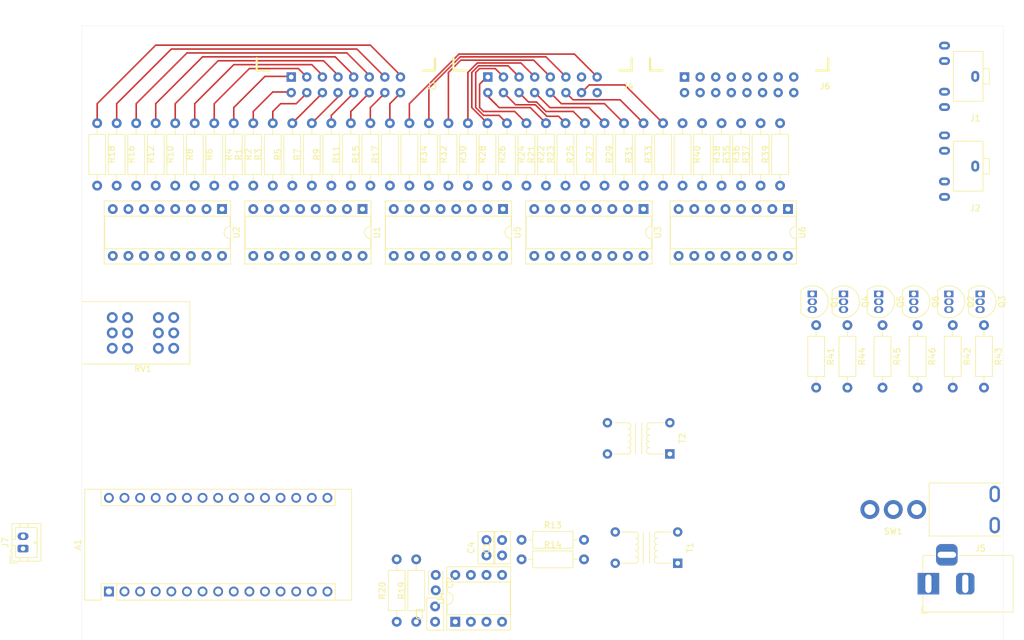
<source format=kicad_pcb>
(kicad_pcb (version 20171130) (host pcbnew "(5.1.9)-1")
  (layers (0 F.Cu signal) (31 B.Cu signal) (35 F.Paste user) (37 F.SilkS user) (38 B.Mask user) (39 F.Mask user) (44 Edge.Cuts user))
  (net 0 "")
  (net 1 "Net-(A1-Pad1)")
  (net 2 "Net-(A1-Pad17)")
  (net 3 "Net-(A1-Pad2)")
  (net 4 "Net-(A1-Pad18)")
  (net 5 "Net-(A1-Pad3)")
  (net 6 VOL_SENSE)
  (net 7 GND)
  (net 8 EQ_OUT)
  (net 9 LYR_1)
  (net 10 "Net-(A1-Pad21)")
  (net 11 LYR_2)
  (net 12 "Net-(A1-Pad22)")
  (net 13 LYR_3)
  (net 14 "Net-(A1-Pad23)")
  (net 15 LYR_4)
  (net 16 "Net-(A1-Pad24)")
  (net 17 LYR_5)
  (net 18 "Net-(A1-Pad25)")
  (net 19 LYR_6)
  (net 20 "Net-(A1-Pad26)")
  (net 21 EQ_RST)
  (net 22 "Net-(A1-Pad27)")
  (net 23 EQ_STROBE)
  (net 24 "Net-(A1-Pad28)")
  (net 25 S_LATCH)
  (net 26 S_DATA)
  (net 27 "Net-(A1-Pad30)")
  (net 28 S_CLK)
  (net 29 "Net-(A1-Pad16)")
  (net 30 EQ_IN)
  (net 31 "Net-(C1-Pad2)")
  (net 32 "Net-(C2-Pad1)")
  (net 33 +5V)
  (net 34 "Net-(C4-Pad1)")
  (net 35 "Net-(J3-Pad10)")
  (net 36 "Net-(J3-Pad8)")
  (net 37 "Net-(J3-Pad12)")
  (net 38 "Net-(J3-Pad14)")
  (net 39 "Net-(J3-Pad16)")
  (net 40 "Net-(J3-Pad6)")
  (net 41 "Net-(J3-Pad4)")
  (net 42 "Net-(J3-Pad2)")
  (net 43 "Net-(J3-Pad9)")
  (net 44 "Net-(J3-Pad11)")
  (net 45 "Net-(J3-Pad7)")
  (net 46 "Net-(J3-Pad13)")
  (net 47 "Net-(J3-Pad15)")
  (net 48 "Net-(J3-Pad5)")
  (net 49 "Net-(J3-Pad3)")
  (net 50 "Net-(J3-Pad1)")
  (net 51 "Net-(J4-Pad1)")
  (net 52 "Net-(J4-Pad3)")
  (net 53 "Net-(J4-Pad5)")
  (net 54 "Net-(J4-Pad15)")
  (net 55 "Net-(J4-Pad13)")
  (net 56 "Net-(J4-Pad7)")
  (net 57 "Net-(J4-Pad11)")
  (net 58 "Net-(J4-Pad9)")
  (net 59 "Net-(J4-Pad2)")
  (net 60 "Net-(J4-Pad4)")
  (net 61 "Net-(J4-Pad6)")
  (net 62 "Net-(J4-Pad16)")
  (net 63 "Net-(J4-Pad14)")
  (net 64 "Net-(J4-Pad12)")
  (net 65 "Net-(J4-Pad8)")
  (net 66 "Net-(J4-Pad10)")
  (net 67 "Net-(J5-Pad1)")
  (net 68 "Net-(J6-Pad10)")
  (net 69 "Net-(J6-Pad8)")
  (net 70 "Net-(J6-Pad12)")
  (net 71 "Net-(J6-Pad14)")
  (net 72 "Net-(J6-Pad16)")
  (net 73 "Net-(J6-Pad6)")
  (net 74 "Net-(J6-Pad4)")
  (net 75 "Net-(J6-Pad2)")
  (net 76 "Net-(J6-Pad9)")
  (net 77 "Net-(J6-Pad11)")
  (net 78 "Net-(J6-Pad7)")
  (net 79 "Net-(J6-Pad13)")
  (net 80 "Net-(J6-Pad15)")
  (net 81 "Net-(J6-Pad5)")
  (net 82 "Net-(J6-Pad3)")
  (net 83 "Net-(J6-Pad1)")
  (net 84 "Net-(Q1-Pad2)")
  (net 85 "Net-(Q2-Pad2)")
  (net 86 "Net-(Q3-Pad2)")
  (net 87 "Net-(Q4-Pad2)")
  (net 88 "Net-(Q5-Pad2)")
  (net 89 "Net-(Q6-Pad2)")
  (net 90 "Net-(R1-Pad1)")
  (net 91 "Net-(R2-Pad2)")
  (net 92 "Net-(R3-Pad1)")
  (net 93 "Net-(R4-Pad2)")
  (net 94 "Net-(R5-Pad1)")
  (net 95 "Net-(R6-Pad2)")
  (net 96 "Net-(R7-Pad1)")
  (net 97 "Net-(R8-Pad2)")
  (net 98 "Net-(R9-Pad1)")
  (net 99 "Net-(R10-Pad2)")
  (net 100 "Net-(R11-Pad1)")
  (net 101 "Net-(R12-Pad2)")
  (net 102 "Net-(R13-Pad2)")
  (net 103 "Net-(R14-Pad2)")
  (net 104 "Net-(R15-Pad1)")
  (net 105 "Net-(R16-Pad2)")
  (net 106 "Net-(R17-Pad1)")
  (net 107 "Net-(R18-Pad2)")
  (net 108 "Net-(R19-Pad2)")
  (net 109 "Net-(R21-Pad1)")
  (net 110 "Net-(R22-Pad2)")
  (net 111 "Net-(R23-Pad1)")
  (net 112 "Net-(R24-Pad2)")
  (net 113 "Net-(R25-Pad1)")
  (net 114 "Net-(R26-Pad2)")
  (net 115 "Net-(R27-Pad1)")
  (net 116 "Net-(R28-Pad2)")
  (net 117 "Net-(R29-Pad1)")
  (net 118 "Net-(R30-Pad2)")
  (net 119 "Net-(R31-Pad1)")
  (net 120 "Net-(R32-Pad2)")
  (net 121 "Net-(R33-Pad1)")
  (net 122 "Net-(R34-Pad2)")
  (net 123 "Net-(R35-Pad1)")
  (net 124 "Net-(R36-Pad2)")
  (net 125 "Net-(R37-Pad1)")
  (net 126 "Net-(R38-Pad2)")
  (net 127 "Net-(R39-Pad1)")
  (net 128 "Net-(R40-Pad2)")
  (net 129 "Net-(RV1-Pad10)")
  (net 130 "Net-(RV1-Pad11)")
  (net 131 "Net-(RV1-Pad12)")
  (net 132 "Net-(J1-PadT)")
  (net 133 "Net-(J1-PadS)")
  (net 134 "Net-(J2-PadR)")
  (net 135 "Net-(J2-PadT)")
  (net 136 "Net-(J1-PadR)")
  (net 137 "Net-(SW1-Pad3)")
  (net 138 "Net-(U1-Pad9)")
  (net 139 "Net-(U2-Pad9)")
  (net 140 "Net-(U3-Pad9)")
  (net 141 "Net-(U5-Pad9)")
  (net 142 "Net-(U6-Pad9)")
  (net 143 "Net-(U6-Pad4)")
  (net 144 "Net-(U6-Pad5)")
  (net 145 "Net-(U6-Pad6)")
  (net 146 "Net-(U6-Pad7)")
  (net 147 "Net-(J1-PadRN)")
  (net 148 "Net-(J1-PadTN)")
  (net 149 "Net-(J2-PadTN)")
  (net 150 "Net-(J2-PadRN)")
  (net 151 "Net-(J5-PadMP)")
  (module Module:Arduino_Nano (layer F.Cu) (at 34.445 122.075 90)
    (fp_text reference A1 (at 7.62 -5.08 90) (layer F.SilkS))
    (fp_text value Arduino_Nano_v3.x)
    (pad 1 thru_hole rect (at 0 0 90) (size 1.6 1.6) (drill 1) (layers *.Cu *.Mask) (net 1 "Net-(A1-Pad1)"))
    (pad 17 thru_hole oval (at 15.24 33.02 90) (size 1.6 1.6) (drill 1) (layers *.Cu *.Mask) (net 2 "Net-(A1-Pad17)"))
    (pad 2 thru_hole oval (at 0 2.54 90) (size 1.6 1.6) (drill 1) (layers *.Cu *.Mask) (net 3 "Net-(A1-Pad2)"))
    (pad 18 thru_hole oval (at 15.24 30.48 90) (size 1.6 1.6) (drill 1) (layers *.Cu *.Mask) (net 4 "Net-(A1-Pad18)"))
    (pad 3 thru_hole oval (at 0 5.08 90) (size 1.6 1.6) (drill 1) (layers *.Cu *.Mask) (net 5 "Net-(A1-Pad3)"))
    (pad 19 thru_hole oval (at 15.24 27.94 90) (size 1.6 1.6) (drill 1) (layers *.Cu *.Mask) (net 6 VOL_SENSE))
    (pad 4 thru_hole oval (at 0 7.62 90) (size 1.6 1.6) (drill 1) (layers *.Cu *.Mask) (net 7 GND))
    (pad 20 thru_hole oval (at 15.24 25.4 90) (size 1.6 1.6) (drill 1) (layers *.Cu *.Mask) (net 8 EQ_OUT))
    (pad 5 thru_hole oval (at 0 10.16 90) (size 1.6 1.6) (drill 1) (layers *.Cu *.Mask) (net 9 LYR_1))
    (pad 21 thru_hole oval (at 15.24 22.86 90) (size 1.6 1.6) (drill 1) (layers *.Cu *.Mask) (net 10 "Net-(A1-Pad21)"))
    (pad 6 thru_hole oval (at 0 12.7 90) (size 1.6 1.6) (drill 1) (layers *.Cu *.Mask) (net 11 LYR_2))
    (pad 22 thru_hole oval (at 15.24 20.32 90) (size 1.6 1.6) (drill 1) (layers *.Cu *.Mask) (net 12 "Net-(A1-Pad22)"))
    (pad 7 thru_hole oval (at 0 15.24 90) (size 1.6 1.6) (drill 1) (layers *.Cu *.Mask) (net 13 LYR_3))
    (pad 23 thru_hole oval (at 15.24 17.78 90) (size 1.6 1.6) (drill 1) (layers *.Cu *.Mask) (net 14 "Net-(A1-Pad23)"))
    (pad 8 thru_hole oval (at 0 17.78 90) (size 1.6 1.6) (drill 1) (layers *.Cu *.Mask) (net 15 LYR_4))
    (pad 24 thru_hole oval (at 15.24 15.24 90) (size 1.6 1.6) (drill 1) (layers *.Cu *.Mask) (net 16 "Net-(A1-Pad24)"))
    (pad 9 thru_hole oval (at 0 20.32 90) (size 1.6 1.6) (drill 1) (layers *.Cu *.Mask) (net 17 LYR_5))
    (pad 25 thru_hole oval (at 15.24 12.7 90) (size 1.6 1.6) (drill 1) (layers *.Cu *.Mask) (net 18 "Net-(A1-Pad25)"))
    (pad 10 thru_hole oval (at 0 22.86 90) (size 1.6 1.6) (drill 1) (layers *.Cu *.Mask) (net 19 LYR_6))
    (pad 26 thru_hole oval (at 15.24 10.16 90) (size 1.6 1.6) (drill 1) (layers *.Cu *.Mask) (net 20 "Net-(A1-Pad26)"))
    (pad 11 thru_hole oval (at 0 25.4 90) (size 1.6 1.6) (drill 1) (layers *.Cu *.Mask) (net 21 EQ_RST))
    (pad 27 thru_hole oval (at 15.24 7.62 90) (size 1.6 1.6) (drill 1) (layers *.Cu *.Mask) (net 22 "Net-(A1-Pad27)"))
    (pad 12 thru_hole oval (at 0 27.94 90) (size 1.6 1.6) (drill 1) (layers *.Cu *.Mask) (net 23 EQ_STROBE))
    (pad 28 thru_hole oval (at 15.24 5.08 90) (size 1.6 1.6) (drill 1) (layers *.Cu *.Mask) (net 24 "Net-(A1-Pad28)"))
    (pad 13 thru_hole oval (at 0 30.48 90) (size 1.6 1.6) (drill 1) (layers *.Cu *.Mask) (net 25 S_LATCH))
    (pad 29 thru_hole oval (at 15.24 2.54 90) (size 1.6 1.6) (drill 1) (layers *.Cu *.Mask) (net 7 GND))
    (pad 14 thru_hole oval (at 0 33.02 90) (size 1.6 1.6) (drill 1) (layers *.Cu *.Mask) (net 26 S_DATA))
    (pad 30 thru_hole oval (at 15.24 0 90) (size 1.6 1.6) (drill 1) (layers *.Cu *.Mask) (net 27 "Net-(A1-Pad30)"))
    (pad 15 thru_hole oval (at 0 35.56 90) (size 1.6 1.6) (drill 1) (layers *.Cu *.Mask) (net 28 S_CLK))
    (pad 16 thru_hole oval (at 15.24 35.56 90) (size 1.6 1.6) (drill 1) (layers *.Cu *.Mask) (net 29 "Net-(A1-Pad16)"))
  )
  (module Capacitor_THT:C_Disc_D5.0mm_W2.5mm_P2.50mm (layer F.Cu) (at 98.425 116.205 90)
    (fp_text reference C1 (at 1.25 -2.5 90) (layer F.SilkS))
    (fp_text value 0.1u)
    (pad 1 thru_hole circle (at 0 0 90) (size 1.6 1.6) (drill 0.8) (layers *.Cu *.Mask) (net 30 EQ_IN))
    (pad 2 thru_hole circle (at 2.5 0 90) (size 1.6 1.6) (drill 0.8) (layers *.Cu *.Mask) (net 31 "Net-(C1-Pad2)"))
  )
  (module Capacitor_THT:C_Disc_D3.4mm_W2.1mm_P2.50mm (layer F.Cu) (at 87.63 119.38 270)
    (fp_text reference C2 (at 1.25 -2.3 90) (layer F.SilkS))
    (fp_text value 33p)
    (pad 1 thru_hole circle (at 0 0 270) (size 1.6 1.6) (drill 0.8) (layers *.Cu *.Mask) (net 32 "Net-(C2-Pad1)"))
    (pad 2 thru_hole circle (at 2.5 0 270) (size 1.6 1.6) (drill 0.8) (layers *.Cu *.Mask) (net 7 GND))
  )
  (module Capacitor_THT:C_Disc_D5.0mm_W2.5mm_P2.50mm (layer F.Cu) (at 87.530001 127 90)
    (fp_text reference C3 (at 1.25 -2.5 90) (layer F.SilkS))
    (fp_text value 0.1u)
    (pad 2 thru_hole circle (at 2.5 0 90) (size 1.6 1.6) (drill 0.8) (layers *.Cu *.Mask) (net 7 GND))
    (pad 1 thru_hole circle (at 0 0 90) (size 1.6 1.6) (drill 0.8) (layers *.Cu *.Mask) (net 33 +5V))
  )
  (module Capacitor_THT:C_Disc_D5.0mm_W2.5mm_P2.50mm (layer F.Cu) (at 95.885 116.205 90)
    (fp_text reference C4 (at 1.25 -2.5 90) (layer F.SilkS))
    (fp_text value 0.1u)
    (pad 1 thru_hole circle (at 0 0 90) (size 1.6 1.6) (drill 0.8) (layers *.Cu *.Mask) (net 34 "Net-(C4-Pad1)"))
    (pad 2 thru_hole circle (at 2.5 0 90) (size 1.6 1.6) (drill 0.8) (layers *.Cu *.Mask) (net 7 GND))
  )
  (module custom_footprints:3.5mm_stereo_audio_jack (layer F.Cu) (at 175.415 38.255 180)
    (fp_text reference J1 (at 0 -6.858) (layer F.SilkS))
    (fp_text value AudioJack3_SwitchTR)
    (pad "" np_thru_hole circle (at -2.5 5 270) (size 0.8 0.8) (drill 0.8) (layers *.Cu *.Mask))
    (pad "" np_thru_hole circle (at 0 5 270) (size 0.8 0.8) (drill 0.8) (layers *.Cu *.Mask))
    (pad "" np_thru_hole circle (at -2.5 -5 270) (size 0.8 0.8) (drill 0.8) (layers *.Cu *.Mask))
    (pad "" np_thru_hole circle (at 0 -5 270) (size 0.8 0.8) (drill 0.8) (layers *.Cu *.Mask))
    (pad "" np_thru_hole circle (at 5 0 270) (size 0.8 0.8) (drill 0.8) (layers *.Cu *.Mask))
    (pad T thru_hole oval (at 5 5) (size 1.778 1.27) (drill oval 1.016 0.508) (layers *.Cu *.Mask) (net 132 "Net-(J1-PadT)"))
    (pad TN thru_hole oval (at 5 2.5) (size 1.778 1.27) (drill oval 1.016 0.508) (layers *.Cu *.Mask) (net 148 "Net-(J1-PadTN)"))
    (pad RN thru_hole oval (at 5 -2.5) (size 1.778 1.27) (drill oval 1.016 0.508) (layers *.Cu *.Mask) (net 147 "Net-(J1-PadRN)"))
    (pad R thru_hole oval (at 5 -5) (size 1.778 1.27) (drill oval 1.016 0.508) (layers *.Cu *.Mask) (net 136 "Net-(J1-PadR)"))
    (pad S thru_hole oval (at 0 0 270) (size 1.778 1.27) (drill oval 1.016 0.508) (layers *.Cu *.Mask) (net 133 "Net-(J1-PadS)"))
  )
  (module custom_footprints:3.5mm_stereo_audio_jack (layer F.Cu) (at 175.415 52.86 180)
    (fp_text reference J2 (at 0 -6.858) (layer F.SilkS))
    (fp_text value AudioJack3_SwitchTR)
    (pad S thru_hole oval (at 0 0 270) (size 1.778 1.27) (drill oval 1.016 0.508) (layers *.Cu *.Mask) (net 133 "Net-(J1-PadS)"))
    (pad R thru_hole oval (at 5 -5) (size 1.778 1.27) (drill oval 1.016 0.508) (layers *.Cu *.Mask) (net 134 "Net-(J2-PadR)"))
    (pad RN thru_hole oval (at 5 -2.5) (size 1.778 1.27) (drill oval 1.016 0.508) (layers *.Cu *.Mask) (net 150 "Net-(J2-PadRN)"))
    (pad TN thru_hole oval (at 5 2.5) (size 1.778 1.27) (drill oval 1.016 0.508) (layers *.Cu *.Mask) (net 149 "Net-(J2-PadTN)"))
    (pad T thru_hole oval (at 5 5) (size 1.778 1.27) (drill oval 1.016 0.508) (layers *.Cu *.Mask) (net 135 "Net-(J2-PadT)"))
    (pad "" np_thru_hole circle (at 5 0 270) (size 0.8 0.8) (drill 0.8) (layers *.Cu *.Mask))
    (pad "" np_thru_hole circle (at 0 -5 270) (size 0.8 0.8) (drill 0.8) (layers *.Cu *.Mask))
    (pad "" np_thru_hole circle (at -2.5 -5 270) (size 0.8 0.8) (drill 0.8) (layers *.Cu *.Mask))
    (pad "" np_thru_hole circle (at 0 5 270) (size 0.8 0.8) (drill 0.8) (layers *.Cu *.Mask))
    (pad "" np_thru_hole circle (at -2.5 5 270) (size 0.8 0.8) (drill 0.8) (layers *.Cu *.Mask))
  )
  (module custom_footprints:connector_2x8_male_right_angle (layer F.Cu) (at 72.999914 38.36)
    (fp_text reference J3 (at 13.97 1.524) (layer F.SilkS))
    (fp_text value Conn_02x08_Odd_Even)
    (pad 10 thru_hole circle (at 1.27 2.54 180) (size 1.524 1.524) (drill 0.762) (layers *.Cu *.Mask) (net 35 "Net-(J3-Pad10)"))
    (pad 8 thru_hole circle (at -1.27 2.54 270) (size 1.524 1.524) (drill 0.762) (layers *.Cu *.Mask) (net 36 "Net-(J3-Pad8)"))
    (pad 12 thru_hole circle (at 3.81 2.54 180) (size 1.524 1.524) (drill 0.762) (layers *.Cu *.Mask) (net 37 "Net-(J3-Pad12)"))
    (pad 14 thru_hole circle (at 6.35 2.54 180) (size 1.524 1.524) (drill 0.762) (layers *.Cu *.Mask) (net 38 "Net-(J3-Pad14)"))
    (pad 16 thru_hole circle (at 8.89 2.54 180) (size 1.524 1.524) (drill 0.762) (layers *.Cu *.Mask) (net 39 "Net-(J3-Pad16)"))
    (pad 6 thru_hole circle (at -3.81 2.54 270) (size 1.524 1.524) (drill 0.762) (layers *.Cu *.Mask) (net 40 "Net-(J3-Pad6)"))
    (pad 4 thru_hole circle (at -6.35 2.54 270) (size 1.524 1.524) (drill 0.762) (layers *.Cu *.Mask) (net 41 "Net-(J3-Pad4)"))
    (pad 2 thru_hole circle (at -8.89 2.54 270) (size 1.524 1.524) (drill 0.762) (layers *.Cu *.Mask) (net 42 "Net-(J3-Pad2)"))
    (pad 9 thru_hole circle (at 1.27 0 180) (size 1.524 1.524) (drill 0.762) (layers *.Cu *.Mask) (net 43 "Net-(J3-Pad9)"))
    (pad 11 thru_hole circle (at 3.81 0 180) (size 1.524 1.524) (drill 0.762) (layers *.Cu *.Mask) (net 44 "Net-(J3-Pad11)"))
    (pad 7 thru_hole circle (at -1.27 0 270) (size 1.524 1.524) (drill 0.762) (layers *.Cu *.Mask) (net 45 "Net-(J3-Pad7)"))
    (pad 13 thru_hole circle (at 6.35 0 180) (size 1.524 1.524) (drill 0.762) (layers *.Cu *.Mask) (net 46 "Net-(J3-Pad13)"))
    (pad 15 thru_hole circle (at 8.89 0 180) (size 1.524 1.524) (drill 0.762) (layers *.Cu *.Mask) (net 47 "Net-(J3-Pad15)"))
    (pad 5 thru_hole circle (at -3.81 0 270) (size 1.524 1.524) (drill 0.762) (layers *.Cu *.Mask) (net 48 "Net-(J3-Pad5)"))
    (pad 3 thru_hole circle (at -6.35 0 270) (size 1.524 1.524) (drill 0.762) (layers *.Cu *.Mask) (net 49 "Net-(J3-Pad3)"))
    (pad 1 thru_hole rect (at -8.89 0 270) (size 1.524 1.524) (drill 0.762) (layers *.Cu *.Mask) (net 50 "Net-(J3-Pad1)"))
  )
  (module custom_footprints:connector_2x8_male_right_angle (layer F.Cu) (at 105 38.36)
    (fp_text reference J4 (at 13.97 1.524) (layer F.SilkS))
    (fp_text value Conn_02x08_Odd_Even)
    (pad 10 thru_hole circle (at 1.27 2.54 180) (size 1.524 1.524) (drill 0.762) (layers *.Cu *.Mask) (net 66 "Net-(J4-Pad10)"))
    (pad 8 thru_hole circle (at -1.27 2.54 270) (size 1.524 1.524) (drill 0.762) (layers *.Cu *.Mask) (net 65 "Net-(J4-Pad8)"))
    (pad 12 thru_hole circle (at 3.81 2.54 180) (size 1.524 1.524) (drill 0.762) (layers *.Cu *.Mask) (net 64 "Net-(J4-Pad12)"))
    (pad 14 thru_hole circle (at 6.35 2.54 180) (size 1.524 1.524) (drill 0.762) (layers *.Cu *.Mask) (net 63 "Net-(J4-Pad14)"))
    (pad 16 thru_hole circle (at 8.89 2.54 180) (size 1.524 1.524) (drill 0.762) (layers *.Cu *.Mask) (net 62 "Net-(J4-Pad16)"))
    (pad 6 thru_hole circle (at -3.81 2.54 270) (size 1.524 1.524) (drill 0.762) (layers *.Cu *.Mask) (net 61 "Net-(J4-Pad6)"))
    (pad 4 thru_hole circle (at -6.35 2.54 270) (size 1.524 1.524) (drill 0.762) (layers *.Cu *.Mask) (net 60 "Net-(J4-Pad4)"))
    (pad 2 thru_hole circle (at -8.89 2.54 270) (size 1.524 1.524) (drill 0.762) (layers *.Cu *.Mask) (net 59 "Net-(J4-Pad2)"))
    (pad 9 thru_hole circle (at 1.27 0 180) (size 1.524 1.524) (drill 0.762) (layers *.Cu *.Mask) (net 58 "Net-(J4-Pad9)"))
    (pad 11 thru_hole circle (at 3.81 0 180) (size 1.524 1.524) (drill 0.762) (layers *.Cu *.Mask) (net 57 "Net-(J4-Pad11)"))
    (pad 7 thru_hole circle (at -1.27 0 270) (size 1.524 1.524) (drill 0.762) (layers *.Cu *.Mask) (net 56 "Net-(J4-Pad7)"))
    (pad 13 thru_hole circle (at 6.35 0 180) (size 1.524 1.524) (drill 0.762) (layers *.Cu *.Mask) (net 55 "Net-(J4-Pad13)"))
    (pad 15 thru_hole circle (at 8.89 0 180) (size 1.524 1.524) (drill 0.762) (layers *.Cu *.Mask) (net 54 "Net-(J4-Pad15)"))
    (pad 5 thru_hole circle (at -3.81 0 270) (size 1.524 1.524) (drill 0.762) (layers *.Cu *.Mask) (net 53 "Net-(J4-Pad5)"))
    (pad 3 thru_hole circle (at -6.35 0 270) (size 1.524 1.524) (drill 0.762) (layers *.Cu *.Mask) (net 52 "Net-(J4-Pad3)"))
    (pad 1 thru_hole rect (at -8.89 0 270) (size 1.524 1.524) (drill 0.762) (layers *.Cu *.Mask) (net 51 "Net-(J4-Pad1)"))
  )
  (module custom_footprints:BarrelJack_Horizontal (layer F.Cu) (at 167.795 120.805 180)
    (fp_text reference J5 (at -8.45 5.75) (layer F.SilkS))
    (fp_text value Barrel_Jack_MountingPin)
    (pad 1 thru_hole rect (at 0 0 180) (size 3.5 3.5) (drill oval 1 3) (layers *.Cu *.Mask) (net 67 "Net-(J5-Pad1)"))
    (pad 2 thru_hole roundrect (at -6 0 180) (size 3 3.5) (drill oval 1 3) (layers *.Cu *.Mask) (net 7 GND))
    (pad MP thru_hole roundrect (at -3 4.7 180) (size 3.5 3.5) (drill oval 3 1) (layers *.Cu *.Mask) (net 151 "Net-(J5-PadMP)"))
  )
  (module custom_footprints:connector_2x8_male_right_angle (layer F.Cu) (at 137.000086 38.36)
    (fp_text reference J6 (at 13.97 1.524) (layer F.SilkS))
    (fp_text value Conn_02x08_Odd_Even)
    (pad 1 thru_hole rect (at -8.89 0 270) (size 1.524 1.524) (drill 0.762) (layers *.Cu *.Mask) (net 83 "Net-(J6-Pad1)"))
    (pad 3 thru_hole circle (at -6.35 0 270) (size 1.524 1.524) (drill 0.762) (layers *.Cu *.Mask) (net 82 "Net-(J6-Pad3)"))
    (pad 5 thru_hole circle (at -3.81 0 270) (size 1.524 1.524) (drill 0.762) (layers *.Cu *.Mask) (net 81 "Net-(J6-Pad5)"))
    (pad 15 thru_hole circle (at 8.89 0 180) (size 1.524 1.524) (drill 0.762) (layers *.Cu *.Mask) (net 80 "Net-(J6-Pad15)"))
    (pad 13 thru_hole circle (at 6.35 0 180) (size 1.524 1.524) (drill 0.762) (layers *.Cu *.Mask) (net 79 "Net-(J6-Pad13)"))
    (pad 7 thru_hole circle (at -1.27 0 270) (size 1.524 1.524) (drill 0.762) (layers *.Cu *.Mask) (net 78 "Net-(J6-Pad7)"))
    (pad 11 thru_hole circle (at 3.81 0 180) (size 1.524 1.524) (drill 0.762) (layers *.Cu *.Mask) (net 77 "Net-(J6-Pad11)"))
    (pad 9 thru_hole circle (at 1.27 0 180) (size 1.524 1.524) (drill 0.762) (layers *.Cu *.Mask) (net 76 "Net-(J6-Pad9)"))
    (pad 2 thru_hole circle (at -8.89 2.54 270) (size 1.524 1.524) (drill 0.762) (layers *.Cu *.Mask) (net 75 "Net-(J6-Pad2)"))
    (pad 4 thru_hole circle (at -6.35 2.54 270) (size 1.524 1.524) (drill 0.762) (layers *.Cu *.Mask) (net 74 "Net-(J6-Pad4)"))
    (pad 6 thru_hole circle (at -3.81 2.54 270) (size 1.524 1.524) (drill 0.762) (layers *.Cu *.Mask) (net 73 "Net-(J6-Pad6)"))
    (pad 16 thru_hole circle (at 8.89 2.54 180) (size 1.524 1.524) (drill 0.762) (layers *.Cu *.Mask) (net 72 "Net-(J6-Pad16)"))
    (pad 14 thru_hole circle (at 6.35 2.54 180) (size 1.524 1.524) (drill 0.762) (layers *.Cu *.Mask) (net 71 "Net-(J6-Pad14)"))
    (pad 12 thru_hole circle (at 3.81 2.54 180) (size 1.524 1.524) (drill 0.762) (layers *.Cu *.Mask) (net 70 "Net-(J6-Pad12)"))
    (pad 8 thru_hole circle (at -1.27 2.54 270) (size 1.524 1.524) (drill 0.762) (layers *.Cu *.Mask) (net 69 "Net-(J6-Pad8)"))
    (pad 10 thru_hole circle (at 1.27 2.54 180) (size 1.524 1.524) (drill 0.762) (layers *.Cu *.Mask) (net 68 "Net-(J6-Pad10)"))
  )
  (module Connector_JST:JST_PH_B2B-PH-K_1x02_P2.00mm_Vertical (layer F.Cu) (at 20.475 115.09 90)
    (fp_text reference J7 (at 1 -2.9 90) (layer F.SilkS))
    (fp_text value Conn_01x02_Female)
    (pad 1 thru_hole roundrect (at 0 0 90) (size 1.2 1.75) (drill 0.75) (layers *.Cu *.Mask) (roundrect_rratio 0.208333) (net 33 +5V))
    (pad 2 thru_hole oval (at 2 0 90) (size 1.2 1.75) (drill 0.75) (layers *.Cu *.Mask) (net 7 GND))
  )
  (module Package_TO_SOT_THT:TO-92_Inline (layer F.Cu) (at 148.9 73.66 270)
    (fp_text reference Q1 (at 1.27 -3.56 90) (layer F.SilkS))
    (fp_text value 2N3904)
    (pad 1 thru_hole rect (at 0 0 270) (size 1.05 1.5) (drill 0.75) (layers *.Cu *.Mask) (net 7 GND))
    (pad 3 thru_hole oval (at 2.54 0 270) (size 1.05 1.5) (drill 0.75) (layers *.Cu *.Mask) (net 69 "Net-(J6-Pad8)"))
    (pad 2 thru_hole oval (at 1.27 0 270) (size 1.05 1.5) (drill 0.75) (layers *.Cu *.Mask) (net 84 "Net-(Q1-Pad2)"))
  )
  (module Package_TO_SOT_THT:TO-92_Inline (layer F.Cu) (at 171.125 73.66 270)
    (fp_text reference Q2 (at 1.27 -3.56 90) (layer F.SilkS))
    (fp_text value 2N3904)
    (pad 1 thru_hole rect (at 0 0 270) (size 1.05 1.5) (drill 0.75) (layers *.Cu *.Mask) (net 7 GND))
    (pad 3 thru_hole oval (at 2.54 0 270) (size 1.05 1.5) (drill 0.75) (layers *.Cu *.Mask) (net 76 "Net-(J6-Pad9)"))
    (pad 2 thru_hole oval (at 1.27 0 270) (size 1.05 1.5) (drill 0.75) (layers *.Cu *.Mask) (net 85 "Net-(Q2-Pad2)"))
  )
  (module Package_TO_SOT_THT:TO-92_Inline (layer F.Cu) (at 176.205 73.66 270)
    (fp_text reference Q3 (at 1.27 -3.56 90) (layer F.SilkS))
    (fp_text value 2N3904)
    (pad 2 thru_hole oval (at 1.27 0 270) (size 1.05 1.5) (drill 0.75) (layers *.Cu *.Mask) (net 86 "Net-(Q3-Pad2)"))
    (pad 3 thru_hole oval (at 2.54 0 270) (size 1.05 1.5) (drill 0.75) (layers *.Cu *.Mask) (net 81 "Net-(J6-Pad5)"))
    (pad 1 thru_hole rect (at 0 0 270) (size 1.05 1.5) (drill 0.75) (layers *.Cu *.Mask) (net 7 GND))
  )
  (module Package_TO_SOT_THT:TO-92_Inline (layer F.Cu) (at 153.98 73.66 270)
    (fp_text reference Q4 (at 1.27 -3.56 90) (layer F.SilkS))
    (fp_text value 2N3904)
    (pad 2 thru_hole oval (at 1.27 0 270) (size 1.05 1.5) (drill 0.75) (layers *.Cu *.Mask) (net 87 "Net-(Q4-Pad2)"))
    (pad 3 thru_hole oval (at 2.54 0 270) (size 1.05 1.5) (drill 0.75) (layers *.Cu *.Mask) (net 68 "Net-(J6-Pad10)"))
    (pad 1 thru_hole rect (at 0 0 270) (size 1.05 1.5) (drill 0.75) (layers *.Cu *.Mask) (net 7 GND))
  )
  (module Package_TO_SOT_THT:TO-92_Inline (layer F.Cu) (at 159.695 73.66 270)
    (fp_text reference Q5 (at 1.27 -3.56 90) (layer F.SilkS))
    (fp_text value 2N3904)
    (pad 1 thru_hole rect (at 0 0 270) (size 1.05 1.5) (drill 0.75) (layers *.Cu *.Mask) (net 7 GND))
    (pad 3 thru_hole oval (at 2.54 0 270) (size 1.05 1.5) (drill 0.75) (layers *.Cu *.Mask) (net 70 "Net-(J6-Pad12)"))
    (pad 2 thru_hole oval (at 1.27 0 270) (size 1.05 1.5) (drill 0.75) (layers *.Cu *.Mask) (net 88 "Net-(Q5-Pad2)"))
  )
  (module Package_TO_SOT_THT:TO-92_Inline (layer F.Cu) (at 165.41 73.66 270)
    (fp_text reference Q6 (at 1.27 -3.56 90) (layer F.SilkS))
    (fp_text value 2N3904)
    (pad 2 thru_hole oval (at 1.27 0 270) (size 1.05 1.5) (drill 0.75) (layers *.Cu *.Mask) (net 89 "Net-(Q6-Pad2)"))
    (pad 3 thru_hole oval (at 2.54 0 270) (size 1.05 1.5) (drill 0.75) (layers *.Cu *.Mask) (net 78 "Net-(J6-Pad7)"))
    (pad 1 thru_hole rect (at 0 0 270) (size 1.05 1.5) (drill 0.75) (layers *.Cu *.Mask) (net 7 GND))
  )
  (module Resistor_THT:R_Axial_DIN0207_L6.3mm_D2.5mm_P10.16mm_Horizontal (layer F.Cu) (at 57.94 56.035 90)
    (fp_text reference R1 (at 5.08 -2.37 90) (layer F.SilkS))
    (fp_text value 470)
    (pad 1 thru_hole circle (at 0 0 90) (size 1.6 1.6) (drill 0.8) (layers *.Cu *.Mask) (net 90 "Net-(R1-Pad1)"))
    (pad 2 thru_hole oval (at 10.16 0 90) (size 1.6 1.6) (drill 0.8) (layers *.Cu *.Mask) (net 42 "Net-(J3-Pad2)"))
  )
  (module Resistor_THT:R_Axial_DIN0207_L6.3mm_D2.5mm_P10.16mm_Horizontal (layer F.Cu) (at 54.765 45.875 270)
    (fp_text reference R2 (at 5.08 -2.37 90) (layer F.SilkS))
    (fp_text value 470)
    (pad 2 thru_hole oval (at 10.16 0 270) (size 1.6 1.6) (drill 0.8) (layers *.Cu *.Mask) (net 91 "Net-(R2-Pad2)"))
    (pad 1 thru_hole circle (at 0 0 270) (size 1.6 1.6) (drill 0.8) (layers *.Cu *.Mask) (net 50 "Net-(J3-Pad1)"))
  )
  (module Resistor_THT:R_Axial_DIN0207_L6.3mm_D2.5mm_P10.16mm_Horizontal (layer F.Cu) (at 61.115 56.035 90)
    (fp_text reference R3 (at 5.08 -2.37 90) (layer F.SilkS))
    (fp_text value 470)
    (pad 2 thru_hole oval (at 10.16 0 90) (size 1.6 1.6) (drill 0.8) (layers *.Cu *.Mask) (net 41 "Net-(J3-Pad4)"))
    (pad 1 thru_hole circle (at 0 0 90) (size 1.6 1.6) (drill 0.8) (layers *.Cu *.Mask) (net 92 "Net-(R3-Pad1)"))
  )
  (module Resistor_THT:R_Axial_DIN0207_L6.3mm_D2.5mm_P10.16mm_Horizontal (layer F.Cu) (at 51.59 45.875 270)
    (fp_text reference R4 (at 5.08 -2.37 90) (layer F.SilkS))
    (fp_text value 470)
    (pad 2 thru_hole oval (at 10.16 0 270) (size 1.6 1.6) (drill 0.8) (layers *.Cu *.Mask) (net 93 "Net-(R4-Pad2)"))
    (pad 1 thru_hole circle (at 0 0 270) (size 1.6 1.6) (drill 0.8) (layers *.Cu *.Mask) (net 49 "Net-(J3-Pad3)"))
  )
  (module Resistor_THT:R_Axial_DIN0207_L6.3mm_D2.5mm_P10.16mm_Horizontal (layer F.Cu) (at 64.29 56.035 90)
    (fp_text reference R5 (at 5.08 -2.37 90) (layer F.SilkS))
    (fp_text value 470)
    (pad 1 thru_hole circle (at 0 0 90) (size 1.6 1.6) (drill 0.8) (layers *.Cu *.Mask) (net 94 "Net-(R5-Pad1)"))
    (pad 2 thru_hole oval (at 10.16 0 90) (size 1.6 1.6) (drill 0.8) (layers *.Cu *.Mask) (net 40 "Net-(J3-Pad6)"))
  )
  (module Resistor_THT:R_Axial_DIN0207_L6.3mm_D2.5mm_P10.16mm_Horizontal (layer F.Cu) (at 48.415 45.875 270)
    (fp_text reference R6 (at 5.08 -2.37 90) (layer F.SilkS))
    (fp_text value 470)
    (pad 1 thru_hole circle (at 0 0 270) (size 1.6 1.6) (drill 0.8) (layers *.Cu *.Mask) (net 48 "Net-(J3-Pad5)"))
    (pad 2 thru_hole oval (at 10.16 0 270) (size 1.6 1.6) (drill 0.8) (layers *.Cu *.Mask) (net 95 "Net-(R6-Pad2)"))
  )
  (module Resistor_THT:R_Axial_DIN0207_L6.3mm_D2.5mm_P10.16mm_Horizontal (layer F.Cu) (at 67.465 56.035 90)
    (fp_text reference R7 (at 5.08 -2.37 90) (layer F.SilkS))
    (fp_text value 470)
    (pad 2 thru_hole oval (at 10.16 0 90) (size 1.6 1.6) (drill 0.8) (layers *.Cu *.Mask) (net 36 "Net-(J3-Pad8)"))
    (pad 1 thru_hole circle (at 0 0 90) (size 1.6 1.6) (drill 0.8) (layers *.Cu *.Mask) (net 96 "Net-(R7-Pad1)"))
  )
  (module Resistor_THT:R_Axial_DIN0207_L6.3mm_D2.5mm_P10.16mm_Horizontal (layer F.Cu) (at 45.24 45.875 270)
    (fp_text reference R8 (at 5.08 -2.37 90) (layer F.SilkS))
    (fp_text value 470)
    (pad 2 thru_hole oval (at 10.16 0 270) (size 1.6 1.6) (drill 0.8) (layers *.Cu *.Mask) (net 97 "Net-(R8-Pad2)"))
    (pad 1 thru_hole circle (at 0 0 270) (size 1.6 1.6) (drill 0.8) (layers *.Cu *.Mask) (net 45 "Net-(J3-Pad7)"))
  )
  (module Resistor_THT:R_Axial_DIN0207_L6.3mm_D2.5mm_P10.16mm_Horizontal (layer F.Cu) (at 70.64 56.035 90)
    (fp_text reference R9 (at 5.08 -2.37 90) (layer F.SilkS))
    (fp_text value 470)
    (pad 1 thru_hole circle (at 0 0 90) (size 1.6 1.6) (drill 0.8) (layers *.Cu *.Mask) (net 98 "Net-(R9-Pad1)"))
    (pad 2 thru_hole oval (at 10.16 0 90) (size 1.6 1.6) (drill 0.8) (layers *.Cu *.Mask) (net 35 "Net-(J3-Pad10)"))
  )
  (module Resistor_THT:R_Axial_DIN0207_L6.3mm_D2.5mm_P10.16mm_Horizontal (layer F.Cu) (at 42.065 45.875 270)
    (fp_text reference R10 (at 5.08 -2.37 90) (layer F.SilkS))
    (fp_text value 470)
    (pad 1 thru_hole circle (at 0 0 270) (size 1.6 1.6) (drill 0.8) (layers *.Cu *.Mask) (net 43 "Net-(J3-Pad9)"))
    (pad 2 thru_hole oval (at 10.16 0 270) (size 1.6 1.6) (drill 0.8) (layers *.Cu *.Mask) (net 99 "Net-(R10-Pad2)"))
  )
  (module Resistor_THT:R_Axial_DIN0207_L6.3mm_D2.5mm_P10.16mm_Horizontal (layer F.Cu) (at 73.815 56.035 90)
    (fp_text reference R11 (at 5.08 -2.37 90) (layer F.SilkS))
    (fp_text value 470)
    (pad 2 thru_hole oval (at 10.16 0 90) (size 1.6 1.6) (drill 0.8) (layers *.Cu *.Mask) (net 37 "Net-(J3-Pad12)"))
    (pad 1 thru_hole circle (at 0 0 90) (size 1.6 1.6) (drill 0.8) (layers *.Cu *.Mask) (net 100 "Net-(R11-Pad1)"))
  )
  (module Resistor_THT:R_Axial_DIN0207_L6.3mm_D2.5mm_P10.16mm_Horizontal (layer F.Cu) (at 38.89 45.875 270)
    (fp_text reference R12 (at 5.08 -2.37 90) (layer F.SilkS))
    (fp_text value 470)
    (pad 2 thru_hole oval (at 10.16 0 270) (size 1.6 1.6) (drill 0.8) (layers *.Cu *.Mask) (net 101 "Net-(R12-Pad2)"))
    (pad 1 thru_hole circle (at 0 0 270) (size 1.6 1.6) (drill 0.8) (layers *.Cu *.Mask) (net 44 "Net-(J3-Pad11)"))
  )
  (module Resistor_THT:R_Axial_DIN0207_L6.3mm_D2.5mm_P10.16mm_Horizontal (layer F.Cu) (at 101.6 113.665)
    (fp_text reference R13 (at 5.08 -2.37) (layer F.SilkS))
    (fp_text value 22K)
    (pad 1 thru_hole circle (at 0 0) (size 1.6 1.6) (drill 0.8) (layers *.Cu *.Mask) (net 31 "Net-(C1-Pad2)"))
    (pad 2 thru_hole oval (at 10.16 0) (size 1.6 1.6) (drill 0.8) (layers *.Cu *.Mask) (net 102 "Net-(R13-Pad2)"))
  )
  (module Resistor_THT:R_Axial_DIN0207_L6.3mm_D2.5mm_P10.16mm_Horizontal (layer F.Cu) (at 101.6 116.84)
    (fp_text reference R14 (at 5.08 -2.37) (layer F.SilkS))
    (fp_text value 22K)
    (pad 2 thru_hole oval (at 10.16 0) (size 1.6 1.6) (drill 0.8) (layers *.Cu *.Mask) (net 103 "Net-(R14-Pad2)"))
    (pad 1 thru_hole circle (at 0 0) (size 1.6 1.6) (drill 0.8) (layers *.Cu *.Mask) (net 31 "Net-(C1-Pad2)"))
  )
  (module Resistor_THT:R_Axial_DIN0207_L6.3mm_D2.5mm_P10.16mm_Horizontal (layer F.Cu) (at 76.99 56.035 90)
    (fp_text reference R15 (at 5.08 -2.37 90) (layer F.SilkS))
    (fp_text value 470)
    (pad 1 thru_hole circle (at 0 0 90) (size 1.6 1.6) (drill 0.8) (layers *.Cu *.Mask) (net 104 "Net-(R15-Pad1)"))
    (pad 2 thru_hole oval (at 10.16 0 90) (size 1.6 1.6) (drill 0.8) (layers *.Cu *.Mask) (net 38 "Net-(J3-Pad14)"))
  )
  (module Resistor_THT:R_Axial_DIN0207_L6.3mm_D2.5mm_P10.16mm_Horizontal (layer F.Cu) (at 35.715 45.875 270)
    (fp_text reference R16 (at 5.08 -2.37 90) (layer F.SilkS))
    (fp_text value 470)
    (pad 1 thru_hole circle (at 0 0 270) (size 1.6 1.6) (drill 0.8) (layers *.Cu *.Mask) (net 46 "Net-(J3-Pad13)"))
    (pad 2 thru_hole oval (at 10.16 0 270) (size 1.6 1.6) (drill 0.8) (layers *.Cu *.Mask) (net 105 "Net-(R16-Pad2)"))
  )
  (module Resistor_THT:R_Axial_DIN0207_L6.3mm_D2.5mm_P10.16mm_Horizontal (layer F.Cu) (at 80.165 56.035 90)
    (fp_text reference R17 (at 5.08 -2.37 90) (layer F.SilkS))
    (fp_text value 470)
    (pad 2 thru_hole oval (at 10.16 0 90) (size 1.6 1.6) (drill 0.8) (layers *.Cu *.Mask) (net 39 "Net-(J3-Pad16)"))
    (pad 1 thru_hole circle (at 0 0 90) (size 1.6 1.6) (drill 0.8) (layers *.Cu *.Mask) (net 106 "Net-(R17-Pad1)"))
  )
  (module Resistor_THT:R_Axial_DIN0207_L6.3mm_D2.5mm_P10.16mm_Horizontal (layer F.Cu) (at 32.54 45.875 270)
    (fp_text reference R18 (at 5.08 -2.37 90) (layer F.SilkS))
    (fp_text value 470)
    (pad 2 thru_hole oval (at 10.16 0 270) (size 1.6 1.6) (drill 0.8) (layers *.Cu *.Mask) (net 107 "Net-(R18-Pad2)"))
    (pad 1 thru_hole circle (at 0 0 270) (size 1.6 1.6) (drill 0.8) (layers *.Cu *.Mask) (net 47 "Net-(J3-Pad15)"))
  )
  (module Resistor_THT:R_Axial_DIN0207_L6.3mm_D2.5mm_P10.16mm_Horizontal (layer F.Cu) (at 84.455 127 90)
    (fp_text reference R19 (at 5.08 -2.37 90) (layer F.SilkS))
    (fp_text value 100K)
    (pad 1 thru_hole circle (at 0 0 90) (size 1.6 1.6) (drill 0.8) (layers *.Cu *.Mask) (net 33 +5V))
    (pad 2 thru_hole oval (at 10.16 0 90) (size 1.6 1.6) (drill 0.8) (layers *.Cu *.Mask) (net 108 "Net-(R19-Pad2)"))
  )
  (module Resistor_THT:R_Axial_DIN0207_L6.3mm_D2.5mm_P10.16mm_Horizontal (layer F.Cu) (at 81.28 127 90)
    (fp_text reference R20 (at 5.08 -2.37 90) (layer F.SilkS))
    (fp_text value 100K)
    (pad 1 thru_hole circle (at 0 0 90) (size 1.6 1.6) (drill 0.8) (layers *.Cu *.Mask) (net 32 "Net-(C2-Pad1)"))
    (pad 2 thru_hole oval (at 10.16 0 90) (size 1.6 1.6) (drill 0.8) (layers *.Cu *.Mask) (net 108 "Net-(R19-Pad2)"))
  )
  (module Resistor_THT:R_Axial_DIN0207_L6.3mm_D2.5mm_P10.16mm_Horizontal (layer F.Cu) (at 105.565 56.035 90)
    (fp_text reference R21 (at 5.08 -2.37 90) (layer F.SilkS))
    (fp_text value 470)
    (pad 2 thru_hole oval (at 10.16 0 90) (size 1.6 1.6) (drill 0.8) (layers *.Cu *.Mask) (net 59 "Net-(J4-Pad2)"))
    (pad 1 thru_hole circle (at 0 0 90) (size 1.6 1.6) (drill 0.8) (layers *.Cu *.Mask) (net 109 "Net-(R21-Pad1)"))
  )
  (module Resistor_THT:R_Axial_DIN0207_L6.3mm_D2.5mm_P10.16mm_Horizontal (layer F.Cu) (at 102.39 45.875 270)
    (fp_text reference R22 (at 5.08 -2.37 90) (layer F.SilkS))
    (fp_text value 470)
    (pad 1 thru_hole circle (at 0 0 270) (size 1.6 1.6) (drill 0.8) (layers *.Cu *.Mask) (net 51 "Net-(J4-Pad1)"))
    (pad 2 thru_hole oval (at 10.16 0 270) (size 1.6 1.6) (drill 0.8) (layers *.Cu *.Mask) (net 110 "Net-(R22-Pad2)"))
  )
  (module Resistor_THT:R_Axial_DIN0207_L6.3mm_D2.5mm_P10.16mm_Horizontal (layer F.Cu) (at 108.74 56.035 90)
    (fp_text reference R23 (at 5.08 -2.37 90) (layer F.SilkS))
    (fp_text value 470)
    (pad 1 thru_hole circle (at 0 0 90) (size 1.6 1.6) (drill 0.8) (layers *.Cu *.Mask) (net 111 "Net-(R23-Pad1)"))
    (pad 2 thru_hole oval (at 10.16 0 90) (size 1.6 1.6) (drill 0.8) (layers *.Cu *.Mask) (net 60 "Net-(J4-Pad4)"))
  )
  (module Resistor_THT:R_Axial_DIN0207_L6.3mm_D2.5mm_P10.16mm_Horizontal (layer F.Cu) (at 99.215 45.875 270)
    (fp_text reference R24 (at 5.08 -2.37 90) (layer F.SilkS))
    (fp_text value 470)
    (pad 1 thru_hole circle (at 0 0 270) (size 1.6 1.6) (drill 0.8) (layers *.Cu *.Mask) (net 52 "Net-(J4-Pad3)"))
    (pad 2 thru_hole oval (at 10.16 0 270) (size 1.6 1.6) (drill 0.8) (layers *.Cu *.Mask) (net 112 "Net-(R24-Pad2)"))
  )
  (module Resistor_THT:R_Axial_DIN0207_L6.3mm_D2.5mm_P10.16mm_Horizontal (layer F.Cu) (at 111.915 56.035 90)
    (fp_text reference R25 (at 5.08 -2.37 90) (layer F.SilkS))
    (fp_text value 470)
    (pad 1 thru_hole circle (at 0 0 90) (size 1.6 1.6) (drill 0.8) (layers *.Cu *.Mask) (net 113 "Net-(R25-Pad1)"))
    (pad 2 thru_hole oval (at 10.16 0 90) (size 1.6 1.6) (drill 0.8) (layers *.Cu *.Mask) (net 61 "Net-(J4-Pad6)"))
  )
  (module Resistor_THT:R_Axial_DIN0207_L6.3mm_D2.5mm_P10.16mm_Horizontal (layer F.Cu) (at 96.04 45.875 270)
    (fp_text reference R26 (at 5.08 -2.37 90) (layer F.SilkS))
    (fp_text value 470)
    (pad 1 thru_hole circle (at 0 0 270) (size 1.6 1.6) (drill 0.8) (layers *.Cu *.Mask) (net 53 "Net-(J4-Pad5)"))
    (pad 2 thru_hole oval (at 10.16 0 270) (size 1.6 1.6) (drill 0.8) (layers *.Cu *.Mask) (net 114 "Net-(R26-Pad2)"))
  )
  (module Resistor_THT:R_Axial_DIN0207_L6.3mm_D2.5mm_P10.16mm_Horizontal (layer F.Cu) (at 115.09 56.035 90)
    (fp_text reference R27 (at 5.08 -2.37 90) (layer F.SilkS))
    (fp_text value 470)
    (pad 2 thru_hole oval (at 10.16 0 90) (size 1.6 1.6) (drill 0.8) (layers *.Cu *.Mask) (net 65 "Net-(J4-Pad8)"))
    (pad 1 thru_hole circle (at 0 0 90) (size 1.6 1.6) (drill 0.8) (layers *.Cu *.Mask) (net 115 "Net-(R27-Pad1)"))
  )
  (module Resistor_THT:R_Axial_DIN0207_L6.3mm_D2.5mm_P10.16mm_Horizontal (layer F.Cu) (at 92.865 45.875 270)
    (fp_text reference R28 (at 5.08 -2.37 90) (layer F.SilkS))
    (fp_text value 470)
    (pad 2 thru_hole oval (at 10.16 0 270) (size 1.6 1.6) (drill 0.8) (layers *.Cu *.Mask) (net 116 "Net-(R28-Pad2)"))
    (pad 1 thru_hole circle (at 0 0 270) (size 1.6 1.6) (drill 0.8) (layers *.Cu *.Mask) (net 56 "Net-(J4-Pad7)"))
  )
  (module Resistor_THT:R_Axial_DIN0207_L6.3mm_D2.5mm_P10.16mm_Horizontal (layer F.Cu) (at 118.265 56.035 90)
    (fp_text reference R29 (at 5.08 -2.37 90) (layer F.SilkS))
    (fp_text value 470)
    (pad 2 thru_hole oval (at 10.16 0 90) (size 1.6 1.6) (drill 0.8) (layers *.Cu *.Mask) (net 66 "Net-(J4-Pad10)"))
    (pad 1 thru_hole circle (at 0 0 90) (size 1.6 1.6) (drill 0.8) (layers *.Cu *.Mask) (net 117 "Net-(R29-Pad1)"))
  )
  (module Resistor_THT:R_Axial_DIN0207_L6.3mm_D2.5mm_P10.16mm_Horizontal (layer F.Cu) (at 89.69 45.875 270)
    (fp_text reference R30 (at 5.08 -2.37 90) (layer F.SilkS))
    (fp_text value 470)
    (pad 2 thru_hole oval (at 10.16 0 270) (size 1.6 1.6) (drill 0.8) (layers *.Cu *.Mask) (net 118 "Net-(R30-Pad2)"))
    (pad 1 thru_hole circle (at 0 0 270) (size 1.6 1.6) (drill 0.8) (layers *.Cu *.Mask) (net 58 "Net-(J4-Pad9)"))
  )
  (module Resistor_THT:R_Axial_DIN0207_L6.3mm_D2.5mm_P10.16mm_Horizontal (layer F.Cu) (at 121.44 56.035 90)
    (fp_text reference R31 (at 5.08 -2.37 90) (layer F.SilkS))
    (fp_text value 470)
    (pad 1 thru_hole circle (at 0 0 90) (size 1.6 1.6) (drill 0.8) (layers *.Cu *.Mask) (net 119 "Net-(R31-Pad1)"))
    (pad 2 thru_hole oval (at 10.16 0 90) (size 1.6 1.6) (drill 0.8) (layers *.Cu *.Mask) (net 64 "Net-(J4-Pad12)"))
  )
  (module Resistor_THT:R_Axial_DIN0207_L6.3mm_D2.5mm_P10.16mm_Horizontal (layer F.Cu) (at 86.515 45.875 270)
    (fp_text reference R32 (at 5.08 -2.37 90) (layer F.SilkS))
    (fp_text value 470)
    (pad 2 thru_hole oval (at 10.16 0 270) (size 1.6 1.6) (drill 0.8) (layers *.Cu *.Mask) (net 120 "Net-(R32-Pad2)"))
    (pad 1 thru_hole circle (at 0 0 270) (size 1.6 1.6) (drill 0.8) (layers *.Cu *.Mask) (net 57 "Net-(J4-Pad11)"))
  )
  (module Resistor_THT:R_Axial_DIN0207_L6.3mm_D2.5mm_P10.16mm_Horizontal (layer F.Cu) (at 124.615 56.035 90)
    (fp_text reference R33 (at 5.08 -2.37 90) (layer F.SilkS))
    (fp_text value 470)
    (pad 2 thru_hole oval (at 10.16 0 90) (size 1.6 1.6) (drill 0.8) (layers *.Cu *.Mask) (net 63 "Net-(J4-Pad14)"))
    (pad 1 thru_hole circle (at 0 0 90) (size 1.6 1.6) (drill 0.8) (layers *.Cu *.Mask) (net 121 "Net-(R33-Pad1)"))
  )
  (module Resistor_THT:R_Axial_DIN0207_L6.3mm_D2.5mm_P10.16mm_Horizontal (layer F.Cu) (at 83.34 45.875 270)
    (fp_text reference R34 (at 5.08 -2.37 90) (layer F.SilkS))
    (fp_text value 470)
    (pad 1 thru_hole circle (at 0 0 270) (size 1.6 1.6) (drill 0.8) (layers *.Cu *.Mask) (net 54 "Net-(J4-Pad15)"))
    (pad 2 thru_hole oval (at 10.16 0 270) (size 1.6 1.6) (drill 0.8) (layers *.Cu *.Mask) (net 122 "Net-(R34-Pad2)"))
  )
  (module Resistor_THT:R_Axial_DIN0207_L6.3mm_D2.5mm_P10.16mm_Horizontal (layer F.Cu) (at 137.315 56.035 90)
    (fp_text reference R35 (at 5.08 -2.37 90) (layer F.SilkS))
    (fp_text value 470)
    (pad 2 thru_hole oval (at 10.16 0 90) (size 1.6 1.6) (drill 0.8) (layers *.Cu *.Mask) (net 75 "Net-(J6-Pad2)"))
    (pad 1 thru_hole circle (at 0 0 90) (size 1.6 1.6) (drill 0.8) (layers *.Cu *.Mask) (net 123 "Net-(R35-Pad1)"))
  )
  (module Resistor_THT:R_Axial_DIN0207_L6.3mm_D2.5mm_P10.16mm_Horizontal (layer F.Cu) (at 134.14 45.875 270)
    (fp_text reference R36 (at 5.08 -2.37 90) (layer F.SilkS))
    (fp_text value 470)
    (pad 2 thru_hole oval (at 10.16 0 270) (size 1.6 1.6) (drill 0.8) (layers *.Cu *.Mask) (net 124 "Net-(R36-Pad2)"))
    (pad 1 thru_hole circle (at 0 0 270) (size 1.6 1.6) (drill 0.8) (layers *.Cu *.Mask) (net 83 "Net-(J6-Pad1)"))
  )
  (module Resistor_THT:R_Axial_DIN0207_L6.3mm_D2.5mm_P10.16mm_Horizontal (layer F.Cu) (at 140.49 56.035 90)
    (fp_text reference R37 (at 5.08 -2.37 90) (layer F.SilkS))
    (fp_text value 470)
    (pad 1 thru_hole circle (at 0 0 90) (size 1.6 1.6) (drill 0.8) (layers *.Cu *.Mask) (net 125 "Net-(R37-Pad1)"))
    (pad 2 thru_hole oval (at 10.16 0 90) (size 1.6 1.6) (drill 0.8) (layers *.Cu *.Mask) (net 74 "Net-(J6-Pad4)"))
  )
  (module Resistor_THT:R_Axial_DIN0207_L6.3mm_D2.5mm_P10.16mm_Horizontal (layer F.Cu) (at 130.965 45.875 270)
    (fp_text reference R38 (at 5.08 -2.37 90) (layer F.SilkS))
    (fp_text value 470)
    (pad 1 thru_hole circle (at 0 0 270) (size 1.6 1.6) (drill 0.8) (layers *.Cu *.Mask) (net 82 "Net-(J6-Pad3)"))
    (pad 2 thru_hole oval (at 10.16 0 270) (size 1.6 1.6) (drill 0.8) (layers *.Cu *.Mask) (net 126 "Net-(R38-Pad2)"))
  )
  (module Resistor_THT:R_Axial_DIN0207_L6.3mm_D2.5mm_P10.16mm_Horizontal (layer F.Cu) (at 143.665 56.035 90)
    (fp_text reference R39 (at 5.08 -2.37 90) (layer F.SilkS))
    (fp_text value 470)
    (pad 2 thru_hole oval (at 10.16 0 90) (size 1.6 1.6) (drill 0.8) (layers *.Cu *.Mask) (net 73 "Net-(J6-Pad6)"))
    (pad 1 thru_hole circle (at 0 0 90) (size 1.6 1.6) (drill 0.8) (layers *.Cu *.Mask) (net 127 "Net-(R39-Pad1)"))
  )
  (module Resistor_THT:R_Axial_DIN0207_L6.3mm_D2.5mm_P10.16mm_Horizontal (layer F.Cu) (at 127.79 45.875 270)
    (fp_text reference R40 (at 5.08 -2.37 90) (layer F.SilkS))
    (fp_text value 470)
    (pad 2 thru_hole oval (at 10.16 0 270) (size 1.6 1.6) (drill 0.8) (layers *.Cu *.Mask) (net 128 "Net-(R40-Pad2)"))
    (pad 1 thru_hole circle (at 0 0 270) (size 1.6 1.6) (drill 0.8) (layers *.Cu *.Mask) (net 80 "Net-(J6-Pad15)"))
  )
  (module Resistor_THT:R_Axial_DIN0207_L6.3mm_D2.5mm_P10.16mm_Horizontal (layer F.Cu) (at 149.535 78.74 270)
    (fp_text reference R41 (at 5.08 -2.37 90) (layer F.SilkS))
    (fp_text value 330)
    (pad 1 thru_hole circle (at 0 0 270) (size 1.6 1.6) (drill 0.8) (layers *.Cu *.Mask) (net 84 "Net-(Q1-Pad2)"))
    (pad 2 thru_hole oval (at 10.16 0 270) (size 1.6 1.6) (drill 0.8) (layers *.Cu *.Mask) (net 9 LYR_1))
  )
  (module Resistor_THT:R_Axial_DIN0207_L6.3mm_D2.5mm_P10.16mm_Horizontal (layer F.Cu) (at 171.76 78.74 270)
    (fp_text reference R42 (at 5.08 -2.37 90) (layer F.SilkS))
    (fp_text value 330)
    (pad 2 thru_hole oval (at 10.16 0 270) (size 1.6 1.6) (drill 0.8) (layers *.Cu *.Mask) (net 11 LYR_2))
    (pad 1 thru_hole circle (at 0 0 270) (size 1.6 1.6) (drill 0.8) (layers *.Cu *.Mask) (net 85 "Net-(Q2-Pad2)"))
  )
  (module Resistor_THT:R_Axial_DIN0207_L6.3mm_D2.5mm_P10.16mm_Horizontal (layer F.Cu) (at 176.84 78.74 270)
    (fp_text reference R43 (at 5.08 -2.37 90) (layer F.SilkS))
    (fp_text value 330)
    (pad 1 thru_hole circle (at 0 0 270) (size 1.6 1.6) (drill 0.8) (layers *.Cu *.Mask) (net 86 "Net-(Q3-Pad2)"))
    (pad 2 thru_hole oval (at 10.16 0 270) (size 1.6 1.6) (drill 0.8) (layers *.Cu *.Mask) (net 13 LYR_3))
  )
  (module Resistor_THT:R_Axial_DIN0207_L6.3mm_D2.5mm_P10.16mm_Horizontal (layer F.Cu) (at 154.615 78.74 270)
    (fp_text reference R44 (at 5.08 -2.37 90) (layer F.SilkS))
    (fp_text value 330)
    (pad 1 thru_hole circle (at 0 0 270) (size 1.6 1.6) (drill 0.8) (layers *.Cu *.Mask) (net 87 "Net-(Q4-Pad2)"))
    (pad 2 thru_hole oval (at 10.16 0 270) (size 1.6 1.6) (drill 0.8) (layers *.Cu *.Mask) (net 15 LYR_4))
  )
  (module Resistor_THT:R_Axial_DIN0207_L6.3mm_D2.5mm_P10.16mm_Horizontal (layer F.Cu) (at 160.33 78.74 270)
    (fp_text reference R45 (at 5.08 -2.37 90) (layer F.SilkS))
    (fp_text value 330)
    (pad 2 thru_hole oval (at 10.16 0 270) (size 1.6 1.6) (drill 0.8) (layers *.Cu *.Mask) (net 17 LYR_5))
    (pad 1 thru_hole circle (at 0 0 270) (size 1.6 1.6) (drill 0.8) (layers *.Cu *.Mask) (net 88 "Net-(Q5-Pad2)"))
  )
  (module Resistor_THT:R_Axial_DIN0207_L6.3mm_D2.5mm_P10.16mm_Horizontal (layer F.Cu) (at 166.045 78.74 270)
    (fp_text reference R46 (at 5.08 -2.37 90) (layer F.SilkS))
    (fp_text value 330)
    (pad 1 thru_hole circle (at 0 0 270) (size 1.6 1.6) (drill 0.8) (layers *.Cu *.Mask) (net 89 "Net-(Q6-Pad2)"))
    (pad 2 thru_hole oval (at 10.16 0 270) (size 1.6 1.6) (drill 0.8) (layers *.Cu *.Mask) (net 19 LYR_6))
  )
  (module custom_footprints:potentiometer_quad (layer F.Cu) (at 39.9949 79.9999 180)
    (fp_text reference RV1 (at 0 -5.842) (layer F.SilkS))
    (fp_text value R_POT_QUAD)
    (pad 8 thru_hole circle (at -2.5 0 90) (size 1.762 1.762) (drill 1) (layers *.Cu *.Mask) (net 6 VOL_SENSE))
    (pad 7 thru_hole circle (at -2.5 2.5 90) (size 1.762 1.762) (drill 1) (layers *.Cu *.Mask) (net 7 GND))
    (pad 9 thru_hole circle (at -2.5 -2.5 90) (size 1.762 1.762) (drill 1) (layers *.Cu *.Mask) (net 33 +5V))
    (pad 10 thru_hole circle (at -5 2.5 90) (size 1.762 1.762) (drill 1) (layers *.Cu *.Mask) (net 129 "Net-(RV1-Pad10)"))
    (pad 11 thru_hole circle (at -5 0 90) (size 1.762 1.762) (drill 1) (layers *.Cu *.Mask) (net 130 "Net-(RV1-Pad11)"))
    (pad 12 thru_hole circle (at -5 -2.5 90) (size 1.762 1.762) (drill 1) (layers *.Cu *.Mask) (net 131 "Net-(RV1-Pad12)"))
    (pad 6 thru_hole circle (at 2.5 -2.5 90) (size 1.762 1.762) (drill 1) (layers *.Cu *.Mask) (net 132 "Net-(J1-PadT)"))
    (pad 1 thru_hole circle (at 5 2.5 90) (size 1.762 1.762) (drill 1) (layers *.Cu *.Mask) (net 133 "Net-(J1-PadS)"))
    (pad 2 thru_hole circle (at 5 0 90) (size 1.762 1.762) (drill 1) (layers *.Cu *.Mask) (net 134 "Net-(J2-PadR)"))
    (pad 5 thru_hole circle (at 2.5 0 90) (size 1.762 1.762) (drill 1) (layers *.Cu *.Mask) (net 135 "Net-(J2-PadT)"))
    (pad 3 thru_hole circle (at 5 -2.5 90) (size 1.762 1.762) (drill 1) (layers *.Cu *.Mask) (net 136 "Net-(J1-PadR)"))
    (pad 4 thru_hole circle (at 2.5 2.5 90) (size 1.762 1.762) (drill 1) (layers *.Cu *.Mask) (net 133 "Net-(J1-PadS)"))
  )
  (module custom_footprints:toggle_switch_vertical (layer F.Cu) (at 165.89 108.74 180)
    (fp_text reference SW1 (at 3.81 -3.556) (layer F.SilkS))
    (fp_text value SW_SPDT)
    (pad 1 thru_hole circle (at 0 0 90) (size 3.07 3.07) (drill 1.8) (layers *.Cu *.Mask) (net 33 +5V))
    (pad 2 thru_hole circle (at 3.81 0 90) (size 3.07 3.07) (drill 1.8) (layers *.Cu *.Mask) (net 67 "Net-(J5-Pad1)"))
    (pad 3 thru_hole circle (at 7.62 0 90) (size 3.07 3.07) (drill 1.8) (layers *.Cu *.Mask) (net 137 "Net-(SW1-Pad3)"))
    (pad 4 thru_hole oval (at -12.7 -2.54 90) (size 2.662 1.662) (drill oval 1.9 0.9) (layers *.Cu *.Mask))
    (pad 4 thru_hole oval (at -12.7 2.54 90) (size 2.662 1.662) (drill oval 1.9 0.9) (layers *.Cu *.Mask))
  )
  (module custom_footprints:transformer_amazon (layer F.Cu) (at 121.92 114.935 180)
    (fp_text reference T1 (at -7.112 0 90) (layer F.SilkS))
    (fp_text value Transformer_1P_1S)
    (pad 2 thru_hole circle (at -5.08 2.54 180) (size 1.524 1.524) (drill 0.762) (layers *.Cu *.Mask) (net 133 "Net-(J1-PadS)"))
    (pad 1 thru_hole rect (at -5.08 -2.54 180) (size 1.524 1.524) (drill 0.762) (layers *.Cu *.Mask) (net 136 "Net-(J1-PadR)"))
    (pad 3 thru_hole circle (at 5.08 2.54 180) (size 1.524 1.524) (drill 0.762) (layers *.Cu *.Mask) (net 7 GND))
    (pad 4 thru_hole circle (at 5.08 -2.54 180) (size 1.524 1.524) (drill 0.762) (layers *.Cu *.Mask) (net 102 "Net-(R13-Pad2)"))
  )
  (module custom_footprints:transformer_amazon (layer F.Cu) (at 120.65 97.155 180)
    (fp_text reference T2 (at -7.112 0 90) (layer F.SilkS))
    (fp_text value Transformer_1P_1S)
    (pad 4 thru_hole circle (at 5.08 -2.54 180) (size 1.524 1.524) (drill 0.762) (layers *.Cu *.Mask) (net 103 "Net-(R14-Pad2)"))
    (pad 3 thru_hole circle (at 5.08 2.54 180) (size 1.524 1.524) (drill 0.762) (layers *.Cu *.Mask) (net 7 GND))
    (pad 1 thru_hole rect (at -5.08 -2.54 180) (size 1.524 1.524) (drill 0.762) (layers *.Cu *.Mask) (net 132 "Net-(J1-PadT)"))
    (pad 2 thru_hole circle (at -5.08 2.54 180) (size 1.524 1.524) (drill 0.762) (layers *.Cu *.Mask) (net 133 "Net-(J1-PadS)"))
  )
  (module Package_DIP:DIP-16_W7.62mm_Socket (layer F.Cu) (at 75.72 59.845 270)
    (fp_text reference U1 (at 3.81 -2.33 90) (layer F.SilkS))
    (fp_text value 74HC595)
    (pad 1 thru_hole rect (at 0 0 270) (size 1.6 1.6) (drill 0.8) (layers *.Cu *.Mask) (net 92 "Net-(R3-Pad1)"))
    (pad 9 thru_hole oval (at 7.62 17.78 270) (size 1.6 1.6) (drill 0.8) (layers *.Cu *.Mask) (net 138 "Net-(U1-Pad9)"))
    (pad 2 thru_hole oval (at 0 2.54 270) (size 1.6 1.6) (drill 0.8) (layers *.Cu *.Mask) (net 94 "Net-(R5-Pad1)"))
    (pad 10 thru_hole oval (at 7.62 15.24 270) (size 1.6 1.6) (drill 0.8) (layers *.Cu *.Mask) (net 33 +5V))
    (pad 3 thru_hole oval (at 0 5.08 270) (size 1.6 1.6) (drill 0.8) (layers *.Cu *.Mask) (net 96 "Net-(R7-Pad1)"))
    (pad 11 thru_hole oval (at 7.62 12.7 270) (size 1.6 1.6) (drill 0.8) (layers *.Cu *.Mask) (net 28 S_CLK))
    (pad 4 thru_hole oval (at 0 7.62 270) (size 1.6 1.6) (drill 0.8) (layers *.Cu *.Mask) (net 98 "Net-(R9-Pad1)"))
    (pad 12 thru_hole oval (at 7.62 10.16 270) (size 1.6 1.6) (drill 0.8) (layers *.Cu *.Mask) (net 25 S_LATCH))
    (pad 5 thru_hole oval (at 0 10.16 270) (size 1.6 1.6) (drill 0.8) (layers *.Cu *.Mask) (net 100 "Net-(R11-Pad1)"))
    (pad 13 thru_hole oval (at 7.62 7.62 270) (size 1.6 1.6) (drill 0.8) (layers *.Cu *.Mask) (net 7 GND))
    (pad 6 thru_hole oval (at 0 12.7 270) (size 1.6 1.6) (drill 0.8) (layers *.Cu *.Mask) (net 104 "Net-(R15-Pad1)"))
    (pad 14 thru_hole oval (at 7.62 5.08 270) (size 1.6 1.6) (drill 0.8) (layers *.Cu *.Mask) (net 26 S_DATA))
    (pad 7 thru_hole oval (at 0 15.24 270) (size 1.6 1.6) (drill 0.8) (layers *.Cu *.Mask) (net 106 "Net-(R17-Pad1)"))
    (pad 15 thru_hole oval (at 7.62 2.54 270) (size 1.6 1.6) (drill 0.8) (layers *.Cu *.Mask) (net 90 "Net-(R1-Pad1)"))
    (pad 8 thru_hole oval (at 0 17.78 270) (size 1.6 1.6) (drill 0.8) (layers *.Cu *.Mask) (net 7 GND))
    (pad 16 thru_hole oval (at 7.62 0 270) (size 1.6 1.6) (drill 0.8) (layers *.Cu *.Mask) (net 33 +5V))
  )
  (module Package_DIP:DIP-16_W7.62mm_Socket (layer F.Cu) (at 52.86 59.845 270)
    (fp_text reference U2 (at 3.81 -2.33 90) (layer F.SilkS))
    (fp_text value 74HC595)
    (pad 16 thru_hole oval (at 7.62 0 270) (size 1.6 1.6) (drill 0.8) (layers *.Cu *.Mask) (net 33 +5V))
    (pad 8 thru_hole oval (at 0 17.78 270) (size 1.6 1.6) (drill 0.8) (layers *.Cu *.Mask) (net 7 GND))
    (pad 15 thru_hole oval (at 7.62 2.54 270) (size 1.6 1.6) (drill 0.8) (layers *.Cu *.Mask) (net 91 "Net-(R2-Pad2)"))
    (pad 7 thru_hole oval (at 0 15.24 270) (size 1.6 1.6) (drill 0.8) (layers *.Cu *.Mask) (net 107 "Net-(R18-Pad2)"))
    (pad 14 thru_hole oval (at 7.62 5.08 270) (size 1.6 1.6) (drill 0.8) (layers *.Cu *.Mask) (net 138 "Net-(U1-Pad9)"))
    (pad 6 thru_hole oval (at 0 12.7 270) (size 1.6 1.6) (drill 0.8) (layers *.Cu *.Mask) (net 105 "Net-(R16-Pad2)"))
    (pad 13 thru_hole oval (at 7.62 7.62 270) (size 1.6 1.6) (drill 0.8) (layers *.Cu *.Mask) (net 7 GND))
    (pad 5 thru_hole oval (at 0 10.16 270) (size 1.6 1.6) (drill 0.8) (layers *.Cu *.Mask) (net 101 "Net-(R12-Pad2)"))
    (pad 12 thru_hole oval (at 7.62 10.16 270) (size 1.6 1.6) (drill 0.8) (layers *.Cu *.Mask) (net 25 S_LATCH))
    (pad 4 thru_hole oval (at 0 7.62 270) (size 1.6 1.6) (drill 0.8) (layers *.Cu *.Mask) (net 99 "Net-(R10-Pad2)"))
    (pad 11 thru_hole oval (at 7.62 12.7 270) (size 1.6 1.6) (drill 0.8) (layers *.Cu *.Mask) (net 28 S_CLK))
    (pad 3 thru_hole oval (at 0 5.08 270) (size 1.6 1.6) (drill 0.8) (layers *.Cu *.Mask) (net 97 "Net-(R8-Pad2)"))
    (pad 10 thru_hole oval (at 7.62 15.24 270) (size 1.6 1.6) (drill 0.8) (layers *.Cu *.Mask) (net 33 +5V))
    (pad 2 thru_hole oval (at 0 2.54 270) (size 1.6 1.6) (drill 0.8) (layers *.Cu *.Mask) (net 95 "Net-(R6-Pad2)"))
    (pad 9 thru_hole oval (at 7.62 17.78 270) (size 1.6 1.6) (drill 0.8) (layers *.Cu *.Mask) (net 139 "Net-(U2-Pad9)"))
    (pad 1 thru_hole rect (at 0 0 270) (size 1.6 1.6) (drill 0.8) (layers *.Cu *.Mask) (net 93 "Net-(R4-Pad2)"))
  )
  (module Package_DIP:DIP-16_W7.62mm_Socket (layer F.Cu) (at 121.44 59.845 270)
    (fp_text reference U3 (at 3.81 -2.33 90) (layer F.SilkS))
    (fp_text value 74HC595)
    (pad 16 thru_hole oval (at 7.62 0 270) (size 1.6 1.6) (drill 0.8) (layers *.Cu *.Mask) (net 33 +5V))
    (pad 8 thru_hole oval (at 0 17.78 270) (size 1.6 1.6) (drill 0.8) (layers *.Cu *.Mask) (net 7 GND))
    (pad 15 thru_hole oval (at 7.62 2.54 270) (size 1.6 1.6) (drill 0.8) (layers *.Cu *.Mask) (net 109 "Net-(R21-Pad1)"))
    (pad 7 thru_hole oval (at 0 15.24 270) (size 1.6 1.6) (drill 0.8) (layers *.Cu *.Mask) (net 110 "Net-(R22-Pad2)"))
    (pad 14 thru_hole oval (at 7.62 5.08 270) (size 1.6 1.6) (drill 0.8) (layers *.Cu *.Mask) (net 139 "Net-(U2-Pad9)"))
    (pad 6 thru_hole oval (at 0 12.7 270) (size 1.6 1.6) (drill 0.8) (layers *.Cu *.Mask) (net 121 "Net-(R33-Pad1)"))
    (pad 13 thru_hole oval (at 7.62 7.62 270) (size 1.6 1.6) (drill 0.8) (layers *.Cu *.Mask) (net 7 GND))
    (pad 5 thru_hole oval (at 0 10.16 270) (size 1.6 1.6) (drill 0.8) (layers *.Cu *.Mask) (net 119 "Net-(R31-Pad1)"))
    (pad 12 thru_hole oval (at 7.62 10.16 270) (size 1.6 1.6) (drill 0.8) (layers *.Cu *.Mask) (net 25 S_LATCH))
    (pad 4 thru_hole oval (at 0 7.62 270) (size 1.6 1.6) (drill 0.8) (layers *.Cu *.Mask) (net 117 "Net-(R29-Pad1)"))
    (pad 11 thru_hole oval (at 7.62 12.7 270) (size 1.6 1.6) (drill 0.8) (layers *.Cu *.Mask) (net 28 S_CLK))
    (pad 3 thru_hole oval (at 0 5.08 270) (size 1.6 1.6) (drill 0.8) (layers *.Cu *.Mask) (net 115 "Net-(R27-Pad1)"))
    (pad 10 thru_hole oval (at 7.62 15.24 270) (size 1.6 1.6) (drill 0.8) (layers *.Cu *.Mask) (net 33 +5V))
    (pad 2 thru_hole oval (at 0 2.54 270) (size 1.6 1.6) (drill 0.8) (layers *.Cu *.Mask) (net 113 "Net-(R25-Pad1)"))
    (pad 9 thru_hole oval (at 7.62 17.78 270) (size 1.6 1.6) (drill 0.8) (layers *.Cu *.Mask) (net 140 "Net-(U3-Pad9)"))
    (pad 1 thru_hole rect (at 0 0 270) (size 1.6 1.6) (drill 0.8) (layers *.Cu *.Mask) (net 111 "Net-(R23-Pad1)"))
  )
  (module Package_DIP:DIP-8_W7.62mm_Socket (layer F.Cu) (at 90.805 127 90)
    (fp_text reference U4 (at 3.81 -2.33 90) (layer F.SilkS))
    (fp_text value MSGEQ7)
    (pad 1 thru_hole rect (at 0 0 90) (size 1.6 1.6) (drill 0.8) (layers *.Cu *.Mask) (net 33 +5V))
    (pad 5 thru_hole oval (at 7.62 7.62 90) (size 1.6 1.6) (drill 0.8) (layers *.Cu *.Mask) (net 30 EQ_IN))
    (pad 2 thru_hole oval (at 0 2.54 90) (size 1.6 1.6) (drill 0.8) (layers *.Cu *.Mask) (net 7 GND))
    (pad 6 thru_hole oval (at 7.62 5.08 90) (size 1.6 1.6) (drill 0.8) (layers *.Cu *.Mask) (net 34 "Net-(C4-Pad1)"))
    (pad 3 thru_hole oval (at 0 5.08 90) (size 1.6 1.6) (drill 0.8) (layers *.Cu *.Mask) (net 8 EQ_OUT))
    (pad 7 thru_hole oval (at 7.62 2.54 90) (size 1.6 1.6) (drill 0.8) (layers *.Cu *.Mask) (net 21 EQ_RST))
    (pad 4 thru_hole oval (at 0 7.62 90) (size 1.6 1.6) (drill 0.8) (layers *.Cu *.Mask) (net 23 EQ_STROBE))
    (pad 8 thru_hole oval (at 7.62 0 90) (size 1.6 1.6) (drill 0.8) (layers *.Cu *.Mask) (net 32 "Net-(C2-Pad1)"))
  )
  (module Package_DIP:DIP-16_W7.62mm_Socket (layer F.Cu) (at 98.58 59.845 270)
    (fp_text reference U5 (at 3.81 -2.33 90) (layer F.SilkS))
    (fp_text value 74HC595)
    (pad 1 thru_hole rect (at 0 0 270) (size 1.6 1.6) (drill 0.8) (layers *.Cu *.Mask) (net 114 "Net-(R26-Pad2)"))
    (pad 9 thru_hole oval (at 7.62 17.78 270) (size 1.6 1.6) (drill 0.8) (layers *.Cu *.Mask) (net 141 "Net-(U5-Pad9)"))
    (pad 2 thru_hole oval (at 0 2.54 270) (size 1.6 1.6) (drill 0.8) (layers *.Cu *.Mask) (net 116 "Net-(R28-Pad2)"))
    (pad 10 thru_hole oval (at 7.62 15.24 270) (size 1.6 1.6) (drill 0.8) (layers *.Cu *.Mask) (net 33 +5V))
    (pad 3 thru_hole oval (at 0 5.08 270) (size 1.6 1.6) (drill 0.8) (layers *.Cu *.Mask) (net 118 "Net-(R30-Pad2)"))
    (pad 11 thru_hole oval (at 7.62 12.7 270) (size 1.6 1.6) (drill 0.8) (layers *.Cu *.Mask) (net 28 S_CLK))
    (pad 4 thru_hole oval (at 0 7.62 270) (size 1.6 1.6) (drill 0.8) (layers *.Cu *.Mask) (net 120 "Net-(R32-Pad2)"))
    (pad 12 thru_hole oval (at 7.62 10.16 270) (size 1.6 1.6) (drill 0.8) (layers *.Cu *.Mask) (net 25 S_LATCH))
    (pad 5 thru_hole oval (at 0 10.16 270) (size 1.6 1.6) (drill 0.8) (layers *.Cu *.Mask) (net 122 "Net-(R34-Pad2)"))
    (pad 13 thru_hole oval (at 7.62 7.62 270) (size 1.6 1.6) (drill 0.8) (layers *.Cu *.Mask) (net 7 GND))
    (pad 6 thru_hole oval (at 0 12.7 270) (size 1.6 1.6) (drill 0.8) (layers *.Cu *.Mask) (net 123 "Net-(R35-Pad1)"))
    (pad 14 thru_hole oval (at 7.62 5.08 270) (size 1.6 1.6) (drill 0.8) (layers *.Cu *.Mask) (net 140 "Net-(U3-Pad9)"))
    (pad 7 thru_hole oval (at 0 15.24 270) (size 1.6 1.6) (drill 0.8) (layers *.Cu *.Mask) (net 125 "Net-(R37-Pad1)"))
    (pad 15 thru_hole oval (at 7.62 2.54 270) (size 1.6 1.6) (drill 0.8) (layers *.Cu *.Mask) (net 112 "Net-(R24-Pad2)"))
    (pad 8 thru_hole oval (at 0 17.78 270) (size 1.6 1.6) (drill 0.8) (layers *.Cu *.Mask) (net 7 GND))
    (pad 16 thru_hole oval (at 7.62 0 270) (size 1.6 1.6) (drill 0.8) (layers *.Cu *.Mask) (net 33 +5V))
  )
  (module Package_DIP:DIP-16_W7.62mm_Socket (layer F.Cu) (at 144.935 59.845 270)
    (fp_text reference U6 (at 3.81 -2.33 90) (layer F.SilkS))
    (fp_text value 74HC595)
    (pad 1 thru_hole rect (at 0 0 270) (size 1.6 1.6) (drill 0.8) (layers *.Cu *.Mask) (net 124 "Net-(R36-Pad2)"))
    (pad 9 thru_hole oval (at 7.62 17.78 270) (size 1.6 1.6) (drill 0.8) (layers *.Cu *.Mask) (net 142 "Net-(U6-Pad9)"))
    (pad 2 thru_hole oval (at 0 2.54 270) (size 1.6 1.6) (drill 0.8) (layers *.Cu *.Mask) (net 126 "Net-(R38-Pad2)"))
    (pad 10 thru_hole oval (at 7.62 15.24 270) (size 1.6 1.6) (drill 0.8) (layers *.Cu *.Mask) (net 33 +5V))
    (pad 3 thru_hole oval (at 0 5.08 270) (size 1.6 1.6) (drill 0.8) (layers *.Cu *.Mask) (net 128 "Net-(R40-Pad2)"))
    (pad 11 thru_hole oval (at 7.62 12.7 270) (size 1.6 1.6) (drill 0.8) (layers *.Cu *.Mask) (net 28 S_CLK))
    (pad 4 thru_hole oval (at 0 7.62 270) (size 1.6 1.6) (drill 0.8) (layers *.Cu *.Mask) (net 143 "Net-(U6-Pad4)"))
    (pad 12 thru_hole oval (at 7.62 10.16 270) (size 1.6 1.6) (drill 0.8) (layers *.Cu *.Mask) (net 25 S_LATCH))
    (pad 5 thru_hole oval (at 0 10.16 270) (size 1.6 1.6) (drill 0.8) (layers *.Cu *.Mask) (net 144 "Net-(U6-Pad5)"))
    (pad 13 thru_hole oval (at 7.62 7.62 270) (size 1.6 1.6) (drill 0.8) (layers *.Cu *.Mask) (net 7 GND))
    (pad 6 thru_hole oval (at 0 12.7 270) (size 1.6 1.6) (drill 0.8) (layers *.Cu *.Mask) (net 145 "Net-(U6-Pad6)"))
    (pad 14 thru_hole oval (at 7.62 5.08 270) (size 1.6 1.6) (drill 0.8) (layers *.Cu *.Mask) (net 141 "Net-(U5-Pad9)"))
    (pad 7 thru_hole oval (at 0 15.24 270) (size 1.6 1.6) (drill 0.8) (layers *.Cu *.Mask) (net 146 "Net-(U6-Pad7)"))
    (pad 15 thru_hole oval (at 7.62 2.54 270) (size 1.6 1.6) (drill 0.8) (layers *.Cu *.Mask) (net 127 "Net-(R39-Pad1)"))
    (pad 8 thru_hole oval (at 0 17.78 270) (size 1.6 1.6) (drill 0.8) (layers *.Cu *.Mask) (net 7 GND))
    (pad 16 thru_hole oval (at 7.62 0 270) (size 1.6 1.6) (drill 0.8) (layers *.Cu *.Mask) (net 33 +5V))
  )
  (gr_line (start 30 130) (end 180 130) (layer Edge.Cuts) (width 0.0254))
  (gr_line (start 30 30) (end 180 30) (layer Edge.Cuts) (width 0.025))
  (gr_line (start 180 30) (end 180 130) (layer Edge.Cuts) (width 0.0254))
  (gr_line (start 30 30) (end 30 130) (layer Edge.Cuts) (width 0.0254))
  (segment (start 70.64 45.875) (end 70.64 44.605) (width 0.254) (layer F.Cu) (net 35))
  (segment (start 70.64 44.605) (end 74.45 40.795) (width 0.254) (layer F.Cu) (net 35))
  (segment (start 71.275 40.795) (end 71.91 40.795) (width 0.254) (layer F.Cu) (net 36))
  (segment (start 67.465 45.875) (end 71.91 41.43) (width 0.254) (layer F.Cu) (net 36))
  (segment (start 71.91 41.43) (end 71.91 40.795) (width 0.254) (layer F.Cu) (net 36))
  (segment (start 73.815 45.875) (end 73.815 43.97) (width 0.254) (layer F.Cu) (net 37))
  (segment (start 73.815 43.97) (end 76.99 40.795) (width 0.254) (layer F.Cu) (net 37))
  (segment (start 76.99 45.875) (end 76.99 43.97) (width 0.254) (layer F.Cu) (net 38))
  (segment (start 76.99 43.97) (end 76.99 43.335) (width 0.254) (layer F.Cu) (net 38))
  (segment (start 76.99 43.335) (end 79.53 40.795) (width 0.254) (layer F.Cu) (net 38))
  (segment (start 79.53 40.795) (end 79.53 41.43) (width 0.254) (layer F.Cu) (net 38))
  (segment (start 79.53 41.43) (end 78.895 41.43) (width 0.254) (layer F.Cu) (net 38))
  (segment (start 78.895 41.43) (end 79.53 40.795) (width 0.254) (layer F.Cu) (net 38))
  (segment (start 80.165 45.875) (end 80.165 42.7) (width 0.254) (layer F.Cu) (net 39))
  (segment (start 80.165 42.7) (end 82.07 40.795) (width 0.254) (layer F.Cu) (net 39))
  (segment (start 64.29 45.875) (end 69.37 40.795) (width 0.254) (layer F.Cu) (net 40))
  (segment (start 61.115 45.875) (end 61.115 43.97) (width 0.254) (layer F.Cu) (net 41))
  (segment (start 61.115 43.97) (end 62.385 42.7) (width 0.254) (layer F.Cu) (net 41))
  (segment (start 62.385 42.7) (end 64.925 42.7) (width 0.254) (layer F.Cu) (net 41))
  (segment (start 64.925 42.7) (end 66.83 40.795) (width 0.254) (layer F.Cu) (net 41))
  (segment (start 57.94 45.875) (end 57.94 43.97) (width 0.254) (layer F.Cu) (net 42))
  (segment (start 57.94 43.97) (end 61.115 40.795) (width 0.254) (layer F.Cu) (net 42))
  (segment (start 61.115 40.795) (end 64.29 40.795) (width 0.254) (layer F.Cu) (net 42))
  (segment (start 42.065 45.875) (end 42.065 42.7) (width 0.254) (layer F.Cu) (net 43))
  (segment (start 42.065 42.7) (end 49.685 35.08) (width 0.254) (layer F.Cu) (net 43))
  (segment (start 49.685 35.08) (end 71.275 35.08) (width 0.254) (layer F.Cu) (net 43))
  (segment (start 71.275 35.08) (end 74.45 38.255) (width 0.254) (layer F.Cu) (net 43))
  (segment (start 38.89 45.875) (end 38.89 42.7) (width 0.254) (layer F.Cu) (net 44))
  (segment (start 38.89 42.7) (end 47.145 34.445) (width 0.254) (layer F.Cu) (net 44))
  (segment (start 47.145 34.445) (end 73.18 34.445) (width 0.254) (layer F.Cu) (net 44))
  (segment (start 73.18 34.445) (end 76.99 38.255) (width 0.254) (layer F.Cu) (net 44))
  (segment (start 45.24 45.875) (end 45.24 42.7) (width 0.254) (layer F.Cu) (net 45))
  (segment (start 45.24 42.7) (end 52.225 35.715) (width 0.254) (layer F.Cu) (net 45))
  (segment (start 52.225 35.715) (end 69.37 35.715) (width 0.254) (layer F.Cu) (net 45))
  (segment (start 69.37 35.715) (end 71.91 38.255) (width 0.254) (layer F.Cu) (net 45))
  (segment (start 35.715 42.7) (end 35.715 45.875) (width 0.254) (layer F.Cu) (net 46))
  (segment (start 44.605 33.81) (end 35.715 42.7) (width 0.254) (layer F.Cu) (net 46))
  (segment (start 74.799914 33.81) (end 44.605 33.81) (width 0.254) (layer F.Cu) (net 46))
  (segment (start 79.349914 38.36) (end 74.799914 33.81) (width 0.254) (layer F.Cu) (net 46))
  (segment (start 32.54 45.875) (end 32.54 42.7) (width 0.254) (layer F.Cu) (net 47))
  (segment (start 32.54 42.7) (end 42.065 33.175) (width 0.254) (layer F.Cu) (net 47))
  (segment (start 42.065 33.175) (end 76.99 33.175) (width 0.254) (layer F.Cu) (net 47))
  (segment (start 76.99 33.175) (end 82.07 38.255) (width 0.254) (layer F.Cu) (net 47))
  (segment (start 48.415 45.875) (end 48.415 42.7) (width 0.254) (layer F.Cu) (net 48))
  (segment (start 48.415 42.7) (end 54.765 36.35) (width 0.254) (layer F.Cu) (net 48))
  (segment (start 54.765 36.35) (end 66.251636 36.35) (width 0.254) (layer F.Cu) (net 48))
  (segment (start 66.251636 36.35) (end 67.465 36.35) (width 0.254) (layer F.Cu) (net 48))
  (segment (start 67.465 36.35) (end 69.37 38.255) (width 0.254) (layer F.Cu) (net 48))
  (segment (start 51.59 45.875) (end 51.59 43.335) (width 0.254) (layer F.Cu) (net 49))
  (segment (start 51.59 43.335) (end 51.59 42.7) (width 0.254) (layer F.Cu) (net 49))
  (segment (start 66.649914 38.36) (end 65.274914 36.985) (width 0.254) (layer F.Cu) (net 49))
  (segment (start 57.305 36.985) (end 51.59 42.7) (width 0.254) (layer F.Cu) (net 49))
  (segment (start 65.274914 36.985) (end 57.305 36.985) (width 0.254) (layer F.Cu) (net 49))
  (segment (start 54.765 45.875) (end 54.765 43.335) (width 0.254) (layer F.Cu) (net 50))
  (segment (start 54.765 43.335) (end 59.845 38.255) (width 0.254) (layer F.Cu) (net 50))
  (segment (start 59.845 38.255) (end 64.29 38.255) (width 0.254) (layer F.Cu) (net 50))
  (segment (start 95.020999 39.274001) (end 96.04 38.255) (width 0.254) (layer F.Cu) (net 51))
  (segment (start 100.485 43.97) (end 95.419132 43.97) (width 0.254) (layer F.Cu) (net 51))
  (segment (start 102.39 45.875) (end 100.485 43.97) (width 0.254) (layer F.Cu) (net 51))
  (segment (start 95.419132 43.97) (end 94.777066 43.327934) (width 0.254) (layer F.Cu) (net 51))
  (segment (start 94.777066 43.327934) (end 94.77 43.320868) (width 0.254) (layer F.Cu) (net 51))
  (segment (start 94.77 43.320868) (end 94.77 39.525) (width 0.254) (layer F.Cu) (net 51))
  (segment (start 94.77 39.525) (end 96.04 38.255) (width 0.254) (layer F.Cu) (net 51))
  (segment (start 99.215 45.875) (end 99.85 45.875) (width 0.25) (layer F.Cu) (net 52))
  (segment (start 94.135 37.62) (end 94.135 42.7) (width 0.254) (layer F.Cu) (net 52))
  (segment (start 94.77 36.985) (end 94.135 37.62) (width 0.254) (layer F.Cu) (net 52))
  (segment (start 97.31 36.985) (end 94.77 36.985) (width 0.254) (layer F.Cu) (net 52))
  (segment (start 98.65 38.325) (end 97.31 36.985) (width 0.254) (layer F.Cu) (net 52))
  (segment (start 98.65 38.36) (end 98.65 38.325) (width 0.254) (layer F.Cu) (net 52))
  (segment (start 94.135 42.7) (end 94.135 43.327934) (width 0.254) (layer F.Cu) (net 52))
  (segment (start 94.135 43.327934) (end 95.412066 44.605) (width 0.254) (layer F.Cu) (net 52))
  (segment (start 95.412066 44.605) (end 97.945 44.605) (width 0.254) (layer F.Cu) (net 52))
  (segment (start 97.945 44.605) (end 99.215 45.875) (width 0.254) (layer F.Cu) (net 52))
  (segment (start 96.04 45.875) (end 93.5 43.335) (width 0.254) (layer F.Cu) (net 53))
  (segment (start 94.581943 36.53099) (end 99.39599 36.53099) (width 0.254) (layer F.Cu) (net 53))
  (segment (start 93.5 37.612934) (end 94.581943 36.53099) (width 0.254) (layer F.Cu) (net 53))
  (segment (start 93.5 43.335) (end 93.5 37.612934) (width 0.254) (layer F.Cu) (net 53))
  (segment (start 99.39599 36.53099) (end 101.12 38.255) (width 0.254) (layer F.Cu) (net 53))
  (segment (start 83.34 45.875) (end 83.34 42.7) (width 0.254) (layer F.Cu) (net 54))
  (segment (start 83.34 42.7) (end 90.96 35.08) (width 0.254) (layer F.Cu) (net 54))
  (segment (start 91.41401 34.62599) (end 110.19099 34.62599) (width 0.254) (layer F.Cu) (net 54))
  (segment (start 90.96 35.08) (end 91.41401 34.62599) (width 0.254) (layer F.Cu) (net 54))
  (segment (start 110.19099 34.62599) (end 113.82 38.255) (width 0.254) (layer F.Cu) (net 54))
  (segment (start 92.865 37.605866) (end 94.393886 36.07698) (width 0.254) (layer F.Cu) (net 56))
  (segment (start 92.865 45.875) (end 92.865 37.605866) (width 0.254) (layer F.Cu) (net 56))
  (segment (start 94.393886 36.07698) (end 95.405 36.07698) (width 0.254) (layer F.Cu) (net 56))
  (segment (start 95.405 36.07698) (end 101.48198 36.07698) (width 0.254) (layer F.Cu) (net 56))
  (segment (start 101.48198 36.07698) (end 103.66 38.255) (width 0.254) (layer F.Cu) (net 56))
  (segment (start 105.565 35.08) (end 108.74 38.255) (width 0.254) (layer F.Cu) (net 57))
  (segment (start 91.602066 35.08) (end 105.565 35.08) (width 0.254) (layer F.Cu) (net 57))
  (segment (start 86.515 40.167066) (end 91.602066 35.08) (width 0.254) (layer F.Cu) (net 57))
  (segment (start 86.515 45.875) (end 86.515 40.167066) (width 0.254) (layer F.Cu) (net 57))
  (segment (start 103.56797 35.62297) (end 106.2 38.255) (width 0.254) (layer F.Cu) (net 58))
  (segment (start 91.701162 35.62297) (end 103.56797 35.62297) (width 0.254) (layer F.Cu) (net 58))
  (segment (start 89.69 37.634132) (end 91.701162 35.62297) (width 0.254) (layer F.Cu) (net 58))
  (segment (start 89.69 45.875) (end 89.69 37.634132) (width 0.254) (layer F.Cu) (net 58))
  (segment (start 97.49099 42.88099) (end 96.04 41.43) (width 0.254) (layer F.Cu) (net 59))
  (segment (start 96.04 41.43) (end 96.04 40.795) (width 0.254) (layer F.Cu) (net 59))
  (segment (start 97.945 43.335) (end 96.04 41.43) (width 0.254) (layer F.Cu) (net 59))
  (segment (start 97.945 43.335) (end 103.025 43.335) (width 0.254) (layer F.Cu) (net 59))
  (segment (start 103.025 43.335) (end 105.565 45.875) (width 0.254) (layer F.Cu) (net 59))
  (segment (start 98.58 41.43) (end 98.58 40.795) (width 0.254) (layer F.Cu) (net 60))
  (segment (start 100.63099 42.88099) (end 103.84099 42.88099) (width 0.254) (layer F.Cu) (net 60))
  (segment (start 98.65 40.9) (end 100.63099 42.88099) (width 0.254) (layer F.Cu) (net 60))
  (segment (start 105.707999 44.747999) (end 107.612999 44.747999) (width 0.254) (layer F.Cu) (net 60))
  (segment (start 103.84099 42.88099) (end 105.707999 44.747999) (width 0.254) (layer F.Cu) (net 60))
  (segment (start 107.612999 44.747999) (end 108.74 45.875) (width 0.254) (layer F.Cu) (net 60))
  (segment (start 102.71698 42.42698) (end 101.19 40.9) (width 0.254) (layer F.Cu) (net 61))
  (segment (start 104.029047 42.42698) (end 102.71698 42.42698) (width 0.254) (layer F.Cu) (net 61))
  (segment (start 105.568533 43.966467) (end 104.029047 42.42698) (width 0.254) (layer F.Cu) (net 61))
  (segment (start 110.006467 43.966467) (end 105.568533 43.966467) (width 0.254) (layer F.Cu) (net 61))
  (segment (start 111.915 45.875) (end 110.006467 43.966467) (width 0.254) (layer F.Cu) (net 61))
  (segment (start 124.615 45.875) (end 123.98 45.875) (width 0.254) (layer F.Cu) (net 63))
  (segment (start 112.598 39.652) (end 112.193 40.057) (width 0.254) (layer F.Cu) (net 63))
  (segment (start 118.392 39.652) (end 112.598 39.652) (width 0.254) (layer F.Cu) (net 63))
  (segment (start 112.193 40.057) (end 111.35 40.9) (width 0.254) (layer F.Cu) (net 63))
  (segment (start 124.615 45.875) (end 118.392 39.652) (width 0.254) (layer F.Cu) (net 63))
  (segment (start 108.81 40.9) (end 109.975 42.065) (width 0.254) (layer F.Cu) (net 64))
  (segment (start 109.975 42.065) (end 117.63 42.065) (width 0.254) (layer F.Cu) (net 64))
  (segment (start 117.63 42.065) (end 121.44 45.875) (width 0.254) (layer F.Cu) (net 64))
  (segment (start 106.2 43.335) (end 103.66 40.795) (width 0.254) (layer F.Cu) (net 65))
  (segment (start 112.55 43.335) (end 106.2 43.335) (width 0.254) (layer F.Cu) (net 65))
  (segment (start 115.09 45.875) (end 112.55 43.335) (width 0.254) (layer F.Cu) (net 65))
  (segment (start 106.27 40.9) (end 108.07 42.7) (width 0.254) (layer F.Cu) (net 66))
  (segment (start 108.07 42.7) (end 115.09 42.7) (width 0.254) (layer F.Cu) (net 66))
  (segment (start 115.09 42.7) (end 118.265 45.875) (width 0.254) (layer F.Cu) (net 66))
  (segment (start 130.33 38.255) (end 130.965 38.255) (width 0.254) (layer F.Cu) (net 82))
)
</source>
